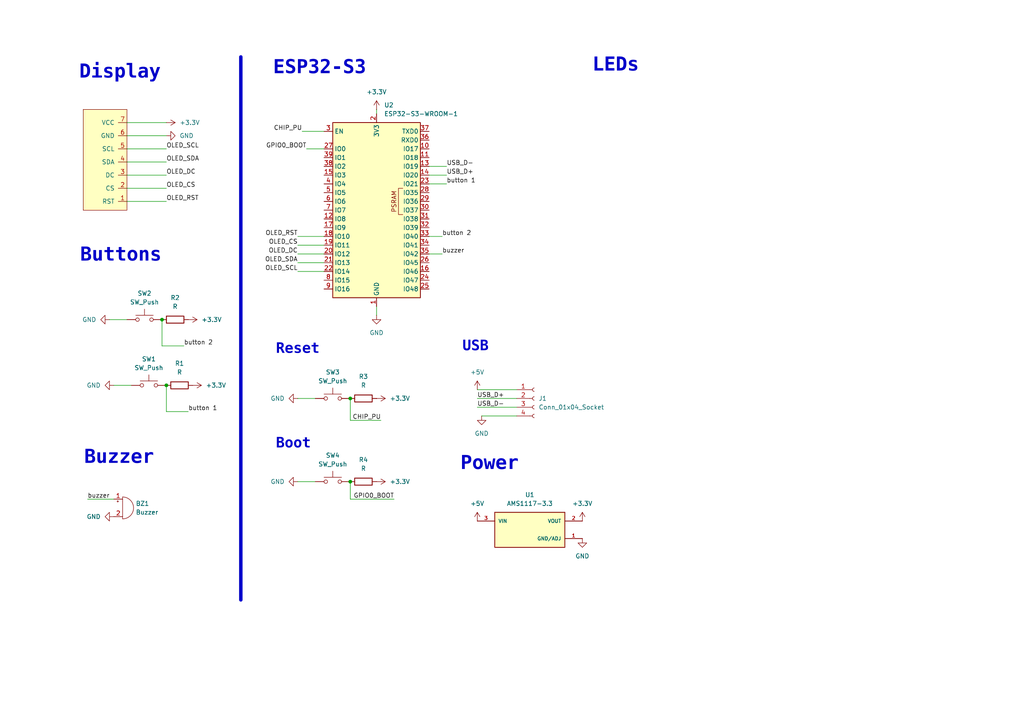
<source format=kicad_sch>
(kicad_sch
	(version 20231120)
	(generator "eeschema")
	(generator_version "8.0")
	(uuid "8829ea97-d982-42a1-8001-8683a28d2262")
	(paper "A4")
	(lib_symbols
		(symbol "AM1117:AMS1117-3.3"
			(pin_names
				(offset 1.016)
			)
			(exclude_from_sim no)
			(in_bom yes)
			(on_board yes)
			(property "Reference" "U"
				(at -10.16 5.588 0)
				(effects
					(font
						(size 1.27 1.27)
					)
					(justify left bottom)
				)
			)
			(property "Value" "AMS1117-3.3"
				(at -10.16 -8.128 0)
				(effects
					(font
						(size 1.27 1.27)
					)
					(justify left bottom)
				)
			)
			(property "Footprint" "AMS1117-3.3:SOT229P700X180-4N"
				(at 0 0 0)
				(effects
					(font
						(size 1.27 1.27)
					)
					(justify bottom)
					(hide yes)
				)
			)
			(property "Datasheet" ""
				(at 0 0 0)
				(effects
					(font
						(size 1.27 1.27)
					)
					(hide yes)
				)
			)
			(property "Description" ""
				(at 0 0 0)
				(effects
					(font
						(size 1.27 1.27)
					)
					(hide yes)
				)
			)
			(property "MF" "Advanced Monolithic Systems"
				(at 0 0 0)
				(effects
					(font
						(size 1.27 1.27)
					)
					(justify bottom)
					(hide yes)
				)
			)
			(property "MAXIMUM_PACKAGE_HEIGHT" "1.8 mm"
				(at 0 0 0)
				(effects
					(font
						(size 1.27 1.27)
					)
					(justify bottom)
					(hide yes)
				)
			)
			(property "Package" "SOT-223 Seeed Technology"
				(at 0 0 0)
				(effects
					(font
						(size 1.27 1.27)
					)
					(justify bottom)
					(hide yes)
				)
			)
			(property "Price" "None"
				(at 0 0 0)
				(effects
					(font
						(size 1.27 1.27)
					)
					(justify bottom)
					(hide yes)
				)
			)
			(property "Check_prices" "https://www.snapeda.com/parts/AMS1117-3.3/Advanced+Monolithic+Systems/view-part/?ref=eda"
				(at 0 0 0)
				(effects
					(font
						(size 1.27 1.27)
					)
					(justify bottom)
					(hide yes)
				)
			)
			(property "STANDARD" "IPC 7351B"
				(at 0 0 0)
				(effects
					(font
						(size 1.27 1.27)
					)
					(justify bottom)
					(hide yes)
				)
			)
			(property "PARTREV" "N/A"
				(at 0 0 0)
				(effects
					(font
						(size 1.27 1.27)
					)
					(justify bottom)
					(hide yes)
				)
			)
			(property "SnapEDA_Link" "https://www.snapeda.com/parts/AMS1117-3.3/Advanced+Monolithic+Systems/view-part/?ref=snap"
				(at 0 0 0)
				(effects
					(font
						(size 1.27 1.27)
					)
					(justify bottom)
					(hide yes)
				)
			)
			(property "SNAPEDA_PACKAGE_ID" "71280"
				(at 0 0 0)
				(effects
					(font
						(size 1.27 1.27)
					)
					(justify bottom)
					(hide yes)
				)
			)
			(property "MP" "AMS1117-3.3"
				(at 0 0 0)
				(effects
					(font
						(size 1.27 1.27)
					)
					(justify bottom)
					(hide yes)
				)
			)
			(property "Description_1" "\nSot223/Pkg 1-Amp 3.3-Volt Low Drop Out Voltage Regulatator\n"
				(at 0 0 0)
				(effects
					(font
						(size 1.27 1.27)
					)
					(justify bottom)
					(hide yes)
				)
			)
			(property "MANUFACTURER" "Advanced Monolithic Systems"
				(at 0 0 0)
				(effects
					(font
						(size 1.27 1.27)
					)
					(justify bottom)
					(hide yes)
				)
			)
			(property "Availability" "Not in stock"
				(at 0 0 0)
				(effects
					(font
						(size 1.27 1.27)
					)
					(justify bottom)
					(hide yes)
				)
			)
			(property "SNAPEDA_PN" "AMS1117-3.3"
				(at 0 0 0)
				(effects
					(font
						(size 1.27 1.27)
					)
					(justify bottom)
					(hide yes)
				)
			)
			(symbol "AMS1117-3.3_0_0"
				(rectangle
					(start -10.16 -5.08)
					(end 10.16 5.08)
					(stroke
						(width 0.254)
						(type default)
					)
					(fill
						(type background)
					)
				)
				(pin power_in line
					(at 15.24 -2.54 180)
					(length 5.08)
					(name "GND/ADJ"
						(effects
							(font
								(size 1.016 1.016)
							)
						)
					)
					(number "1"
						(effects
							(font
								(size 1.016 1.016)
							)
						)
					)
				)
				(pin output line
					(at 15.24 2.54 180)
					(length 5.08)
					(name "VOUT"
						(effects
							(font
								(size 1.016 1.016)
							)
						)
					)
					(number "2"
						(effects
							(font
								(size 1.016 1.016)
							)
						)
					)
				)
				(pin input line
					(at -15.24 2.54 0)
					(length 5.08)
					(name "VIN"
						(effects
							(font
								(size 1.016 1.016)
							)
						)
					)
					(number "3"
						(effects
							(font
								(size 1.016 1.016)
							)
						)
					)
				)
			)
		)
		(symbol "Connector:Conn_01x04_Socket"
			(pin_names
				(offset 1.016) hide)
			(exclude_from_sim no)
			(in_bom yes)
			(on_board yes)
			(property "Reference" "J"
				(at 0 5.08 0)
				(effects
					(font
						(size 1.27 1.27)
					)
				)
			)
			(property "Value" "Conn_01x04_Socket"
				(at 0 -7.62 0)
				(effects
					(font
						(size 1.27 1.27)
					)
				)
			)
			(property "Footprint" ""
				(at 0 0 0)
				(effects
					(font
						(size 1.27 1.27)
					)
					(hide yes)
				)
			)
			(property "Datasheet" "~"
				(at 0 0 0)
				(effects
					(font
						(size 1.27 1.27)
					)
					(hide yes)
				)
			)
			(property "Description" "Generic connector, single row, 01x04, script generated"
				(at 0 0 0)
				(effects
					(font
						(size 1.27 1.27)
					)
					(hide yes)
				)
			)
			(property "ki_locked" ""
				(at 0 0 0)
				(effects
					(font
						(size 1.27 1.27)
					)
				)
			)
			(property "ki_keywords" "connector"
				(at 0 0 0)
				(effects
					(font
						(size 1.27 1.27)
					)
					(hide yes)
				)
			)
			(property "ki_fp_filters" "Connector*:*_1x??_*"
				(at 0 0 0)
				(effects
					(font
						(size 1.27 1.27)
					)
					(hide yes)
				)
			)
			(symbol "Conn_01x04_Socket_1_1"
				(arc
					(start 0 -4.572)
					(mid -0.5058 -5.08)
					(end 0 -5.588)
					(stroke
						(width 0.1524)
						(type default)
					)
					(fill
						(type none)
					)
				)
				(arc
					(start 0 -2.032)
					(mid -0.5058 -2.54)
					(end 0 -3.048)
					(stroke
						(width 0.1524)
						(type default)
					)
					(fill
						(type none)
					)
				)
				(polyline
					(pts
						(xy -1.27 -5.08) (xy -0.508 -5.08)
					)
					(stroke
						(width 0.1524)
						(type default)
					)
					(fill
						(type none)
					)
				)
				(polyline
					(pts
						(xy -1.27 -2.54) (xy -0.508 -2.54)
					)
					(stroke
						(width 0.1524)
						(type default)
					)
					(fill
						(type none)
					)
				)
				(polyline
					(pts
						(xy -1.27 0) (xy -0.508 0)
					)
					(stroke
						(width 0.1524)
						(type default)
					)
					(fill
						(type none)
					)
				)
				(polyline
					(pts
						(xy -1.27 2.54) (xy -0.508 2.54)
					)
					(stroke
						(width 0.1524)
						(type default)
					)
					(fill
						(type none)
					)
				)
				(arc
					(start 0 0.508)
					(mid -0.5058 0)
					(end 0 -0.508)
					(stroke
						(width 0.1524)
						(type default)
					)
					(fill
						(type none)
					)
				)
				(arc
					(start 0 3.048)
					(mid -0.5058 2.54)
					(end 0 2.032)
					(stroke
						(width 0.1524)
						(type default)
					)
					(fill
						(type none)
					)
				)
				(pin passive line
					(at -5.08 2.54 0)
					(length 3.81)
					(name "Pin_1"
						(effects
							(font
								(size 1.27 1.27)
							)
						)
					)
					(number "1"
						(effects
							(font
								(size 1.27 1.27)
							)
						)
					)
				)
				(pin passive line
					(at -5.08 0 0)
					(length 3.81)
					(name "Pin_2"
						(effects
							(font
								(size 1.27 1.27)
							)
						)
					)
					(number "2"
						(effects
							(font
								(size 1.27 1.27)
							)
						)
					)
				)
				(pin passive line
					(at -5.08 -2.54 0)
					(length 3.81)
					(name "Pin_3"
						(effects
							(font
								(size 1.27 1.27)
							)
						)
					)
					(number "3"
						(effects
							(font
								(size 1.27 1.27)
							)
						)
					)
				)
				(pin passive line
					(at -5.08 -5.08 0)
					(length 3.81)
					(name "Pin_4"
						(effects
							(font
								(size 1.27 1.27)
							)
						)
					)
					(number "4"
						(effects
							(font
								(size 1.27 1.27)
							)
						)
					)
				)
			)
		)
		(symbol "Device:Buzzer"
			(pin_names
				(offset 0.0254) hide)
			(exclude_from_sim no)
			(in_bom yes)
			(on_board yes)
			(property "Reference" "BZ"
				(at 3.81 1.27 0)
				(effects
					(font
						(size 1.27 1.27)
					)
					(justify left)
				)
			)
			(property "Value" "Buzzer"
				(at 3.81 -1.27 0)
				(effects
					(font
						(size 1.27 1.27)
					)
					(justify left)
				)
			)
			(property "Footprint" ""
				(at -0.635 2.54 90)
				(effects
					(font
						(size 1.27 1.27)
					)
					(hide yes)
				)
			)
			(property "Datasheet" "~"
				(at -0.635 2.54 90)
				(effects
					(font
						(size 1.27 1.27)
					)
					(hide yes)
				)
			)
			(property "Description" "Buzzer, polarized"
				(at 0 0 0)
				(effects
					(font
						(size 1.27 1.27)
					)
					(hide yes)
				)
			)
			(property "ki_keywords" "quartz resonator ceramic"
				(at 0 0 0)
				(effects
					(font
						(size 1.27 1.27)
					)
					(hide yes)
				)
			)
			(property "ki_fp_filters" "*Buzzer*"
				(at 0 0 0)
				(effects
					(font
						(size 1.27 1.27)
					)
					(hide yes)
				)
			)
			(symbol "Buzzer_0_1"
				(arc
					(start 0 -3.175)
					(mid 3.1612 0)
					(end 0 3.175)
					(stroke
						(width 0)
						(type default)
					)
					(fill
						(type none)
					)
				)
				(polyline
					(pts
						(xy -1.651 1.905) (xy -1.143 1.905)
					)
					(stroke
						(width 0)
						(type default)
					)
					(fill
						(type none)
					)
				)
				(polyline
					(pts
						(xy -1.397 2.159) (xy -1.397 1.651)
					)
					(stroke
						(width 0)
						(type default)
					)
					(fill
						(type none)
					)
				)
				(polyline
					(pts
						(xy 0 3.175) (xy 0 -3.175)
					)
					(stroke
						(width 0)
						(type default)
					)
					(fill
						(type none)
					)
				)
			)
			(symbol "Buzzer_1_1"
				(pin passive line
					(at -2.54 2.54 0)
					(length 2.54)
					(name "+"
						(effects
							(font
								(size 1.27 1.27)
							)
						)
					)
					(number "1"
						(effects
							(font
								(size 1.27 1.27)
							)
						)
					)
				)
				(pin passive line
					(at -2.54 -2.54 0)
					(length 2.54)
					(name "-"
						(effects
							(font
								(size 1.27 1.27)
							)
						)
					)
					(number "2"
						(effects
							(font
								(size 1.27 1.27)
							)
						)
					)
				)
			)
		)
		(symbol "Device:R"
			(pin_numbers hide)
			(pin_names
				(offset 0)
			)
			(exclude_from_sim no)
			(in_bom yes)
			(on_board yes)
			(property "Reference" "R"
				(at 2.032 0 90)
				(effects
					(font
						(size 1.27 1.27)
					)
				)
			)
			(property "Value" "R"
				(at 0 0 90)
				(effects
					(font
						(size 1.27 1.27)
					)
				)
			)
			(property "Footprint" ""
				(at -1.778 0 90)
				(effects
					(font
						(size 1.27 1.27)
					)
					(hide yes)
				)
			)
			(property "Datasheet" "~"
				(at 0 0 0)
				(effects
					(font
						(size 1.27 1.27)
					)
					(hide yes)
				)
			)
			(property "Description" "Resistor"
				(at 0 0 0)
				(effects
					(font
						(size 1.27 1.27)
					)
					(hide yes)
				)
			)
			(property "ki_keywords" "R res resistor"
				(at 0 0 0)
				(effects
					(font
						(size 1.27 1.27)
					)
					(hide yes)
				)
			)
			(property "ki_fp_filters" "R_*"
				(at 0 0 0)
				(effects
					(font
						(size 1.27 1.27)
					)
					(hide yes)
				)
			)
			(symbol "R_0_1"
				(rectangle
					(start -1.016 -2.54)
					(end 1.016 2.54)
					(stroke
						(width 0.254)
						(type default)
					)
					(fill
						(type none)
					)
				)
			)
			(symbol "R_1_1"
				(pin passive line
					(at 0 3.81 270)
					(length 1.27)
					(name "~"
						(effects
							(font
								(size 1.27 1.27)
							)
						)
					)
					(number "1"
						(effects
							(font
								(size 1.27 1.27)
							)
						)
					)
				)
				(pin passive line
					(at 0 -3.81 90)
					(length 1.27)
					(name "~"
						(effects
							(font
								(size 1.27 1.27)
							)
						)
					)
					(number "2"
						(effects
							(font
								(size 1.27 1.27)
							)
						)
					)
				)
			)
		)
		(symbol "RF_Module:ESP32-S3-WROOM-1"
			(exclude_from_sim no)
			(in_bom yes)
			(on_board yes)
			(property "Reference" "U"
				(at -12.7 26.67 0)
				(effects
					(font
						(size 1.27 1.27)
					)
				)
			)
			(property "Value" "ESP32-S3-WROOM-1"
				(at 12.7 26.67 0)
				(effects
					(font
						(size 1.27 1.27)
					)
				)
			)
			(property "Footprint" "RF_Module:ESP32-S3-WROOM-1"
				(at 0 2.54 0)
				(effects
					(font
						(size 1.27 1.27)
					)
					(hide yes)
				)
			)
			(property "Datasheet" "https://www.espressif.com/sites/default/files/documentation/esp32-s3-wroom-1_wroom-1u_datasheet_en.pdf"
				(at 0 0 0)
				(effects
					(font
						(size 1.27 1.27)
					)
					(hide yes)
				)
			)
			(property "Description" "RF Module, ESP32-S3 SoC, Wi-Fi 802.11b/g/n, Bluetooth, BLE, 32-bit, 3.3V, onboard antenna, SMD"
				(at 0 0 0)
				(effects
					(font
						(size 1.27 1.27)
					)
					(hide yes)
				)
			)
			(property "ki_keywords" "RF Radio BT ESP ESP32-S3 Espressif onboard PCB antenna"
				(at 0 0 0)
				(effects
					(font
						(size 1.27 1.27)
					)
					(hide yes)
				)
			)
			(property "ki_fp_filters" "ESP32?S3?WROOM?1*"
				(at 0 0 0)
				(effects
					(font
						(size 1.27 1.27)
					)
					(hide yes)
				)
			)
			(symbol "ESP32-S3-WROOM-1_0_0"
				(rectangle
					(start -12.7 25.4)
					(end 12.7 -25.4)
					(stroke
						(width 0.254)
						(type default)
					)
					(fill
						(type background)
					)
				)
				(text "PSRAM"
					(at 5.08 2.54 900)
					(effects
						(font
							(size 1.27 1.27)
						)
					)
				)
			)
			(symbol "ESP32-S3-WROOM-1_0_1"
				(polyline
					(pts
						(xy 7.62 -1.27) (xy 6.35 -1.27) (xy 6.35 6.35) (xy 7.62 6.35)
					)
					(stroke
						(width 0)
						(type default)
					)
					(fill
						(type none)
					)
				)
			)
			(symbol "ESP32-S3-WROOM-1_1_1"
				(pin power_in line
					(at 0 -27.94 90)
					(length 2.54)
					(name "GND"
						(effects
							(font
								(size 1.27 1.27)
							)
						)
					)
					(number "1"
						(effects
							(font
								(size 1.27 1.27)
							)
						)
					)
				)
				(pin bidirectional line
					(at 15.24 17.78 180)
					(length 2.54)
					(name "IO17"
						(effects
							(font
								(size 1.27 1.27)
							)
						)
					)
					(number "10"
						(effects
							(font
								(size 1.27 1.27)
							)
						)
					)
				)
				(pin bidirectional line
					(at 15.24 15.24 180)
					(length 2.54)
					(name "IO18"
						(effects
							(font
								(size 1.27 1.27)
							)
						)
					)
					(number "11"
						(effects
							(font
								(size 1.27 1.27)
							)
						)
					)
				)
				(pin bidirectional line
					(at -15.24 -2.54 0)
					(length 2.54)
					(name "IO8"
						(effects
							(font
								(size 1.27 1.27)
							)
						)
					)
					(number "12"
						(effects
							(font
								(size 1.27 1.27)
							)
						)
					)
				)
				(pin bidirectional line
					(at 15.24 12.7 180)
					(length 2.54)
					(name "IO19"
						(effects
							(font
								(size 1.27 1.27)
							)
						)
					)
					(number "13"
						(effects
							(font
								(size 1.27 1.27)
							)
						)
					)
				)
				(pin bidirectional line
					(at 15.24 10.16 180)
					(length 2.54)
					(name "IO20"
						(effects
							(font
								(size 1.27 1.27)
							)
						)
					)
					(number "14"
						(effects
							(font
								(size 1.27 1.27)
							)
						)
					)
				)
				(pin bidirectional line
					(at -15.24 10.16 0)
					(length 2.54)
					(name "IO3"
						(effects
							(font
								(size 1.27 1.27)
							)
						)
					)
					(number "15"
						(effects
							(font
								(size 1.27 1.27)
							)
						)
					)
				)
				(pin bidirectional line
					(at 15.24 -17.78 180)
					(length 2.54)
					(name "IO46"
						(effects
							(font
								(size 1.27 1.27)
							)
						)
					)
					(number "16"
						(effects
							(font
								(size 1.27 1.27)
							)
						)
					)
				)
				(pin bidirectional line
					(at -15.24 -5.08 0)
					(length 2.54)
					(name "IO9"
						(effects
							(font
								(size 1.27 1.27)
							)
						)
					)
					(number "17"
						(effects
							(font
								(size 1.27 1.27)
							)
						)
					)
				)
				(pin bidirectional line
					(at -15.24 -7.62 0)
					(length 2.54)
					(name "IO10"
						(effects
							(font
								(size 1.27 1.27)
							)
						)
					)
					(number "18"
						(effects
							(font
								(size 1.27 1.27)
							)
						)
					)
				)
				(pin bidirectional line
					(at -15.24 -10.16 0)
					(length 2.54)
					(name "IO11"
						(effects
							(font
								(size 1.27 1.27)
							)
						)
					)
					(number "19"
						(effects
							(font
								(size 1.27 1.27)
							)
						)
					)
				)
				(pin power_in line
					(at 0 27.94 270)
					(length 2.54)
					(name "3V3"
						(effects
							(font
								(size 1.27 1.27)
							)
						)
					)
					(number "2"
						(effects
							(font
								(size 1.27 1.27)
							)
						)
					)
				)
				(pin bidirectional line
					(at -15.24 -12.7 0)
					(length 2.54)
					(name "IO12"
						(effects
							(font
								(size 1.27 1.27)
							)
						)
					)
					(number "20"
						(effects
							(font
								(size 1.27 1.27)
							)
						)
					)
				)
				(pin bidirectional line
					(at -15.24 -15.24 0)
					(length 2.54)
					(name "IO13"
						(effects
							(font
								(size 1.27 1.27)
							)
						)
					)
					(number "21"
						(effects
							(font
								(size 1.27 1.27)
							)
						)
					)
				)
				(pin bidirectional line
					(at -15.24 -17.78 0)
					(length 2.54)
					(name "IO14"
						(effects
							(font
								(size 1.27 1.27)
							)
						)
					)
					(number "22"
						(effects
							(font
								(size 1.27 1.27)
							)
						)
					)
				)
				(pin bidirectional line
					(at 15.24 7.62 180)
					(length 2.54)
					(name "IO21"
						(effects
							(font
								(size 1.27 1.27)
							)
						)
					)
					(number "23"
						(effects
							(font
								(size 1.27 1.27)
							)
						)
					)
				)
				(pin bidirectional line
					(at 15.24 -20.32 180)
					(length 2.54)
					(name "IO47"
						(effects
							(font
								(size 1.27 1.27)
							)
						)
					)
					(number "24"
						(effects
							(font
								(size 1.27 1.27)
							)
						)
					)
				)
				(pin bidirectional line
					(at 15.24 -22.86 180)
					(length 2.54)
					(name "IO48"
						(effects
							(font
								(size 1.27 1.27)
							)
						)
					)
					(number "25"
						(effects
							(font
								(size 1.27 1.27)
							)
						)
					)
				)
				(pin bidirectional line
					(at 15.24 -15.24 180)
					(length 2.54)
					(name "IO45"
						(effects
							(font
								(size 1.27 1.27)
							)
						)
					)
					(number "26"
						(effects
							(font
								(size 1.27 1.27)
							)
						)
					)
				)
				(pin bidirectional line
					(at -15.24 17.78 0)
					(length 2.54)
					(name "IO0"
						(effects
							(font
								(size 1.27 1.27)
							)
						)
					)
					(number "27"
						(effects
							(font
								(size 1.27 1.27)
							)
						)
					)
				)
				(pin bidirectional line
					(at 15.24 5.08 180)
					(length 2.54)
					(name "IO35"
						(effects
							(font
								(size 1.27 1.27)
							)
						)
					)
					(number "28"
						(effects
							(font
								(size 1.27 1.27)
							)
						)
					)
				)
				(pin bidirectional line
					(at 15.24 2.54 180)
					(length 2.54)
					(name "IO36"
						(effects
							(font
								(size 1.27 1.27)
							)
						)
					)
					(number "29"
						(effects
							(font
								(size 1.27 1.27)
							)
						)
					)
				)
				(pin input line
					(at -15.24 22.86 0)
					(length 2.54)
					(name "EN"
						(effects
							(font
								(size 1.27 1.27)
							)
						)
					)
					(number "3"
						(effects
							(font
								(size 1.27 1.27)
							)
						)
					)
				)
				(pin bidirectional line
					(at 15.24 0 180)
					(length 2.54)
					(name "IO37"
						(effects
							(font
								(size 1.27 1.27)
							)
						)
					)
					(number "30"
						(effects
							(font
								(size 1.27 1.27)
							)
						)
					)
				)
				(pin bidirectional line
					(at 15.24 -2.54 180)
					(length 2.54)
					(name "IO38"
						(effects
							(font
								(size 1.27 1.27)
							)
						)
					)
					(number "31"
						(effects
							(font
								(size 1.27 1.27)
							)
						)
					)
				)
				(pin bidirectional line
					(at 15.24 -5.08 180)
					(length 2.54)
					(name "IO39"
						(effects
							(font
								(size 1.27 1.27)
							)
						)
					)
					(number "32"
						(effects
							(font
								(size 1.27 1.27)
							)
						)
					)
				)
				(pin bidirectional line
					(at 15.24 -7.62 180)
					(length 2.54)
					(name "IO40"
						(effects
							(font
								(size 1.27 1.27)
							)
						)
					)
					(number "33"
						(effects
							(font
								(size 1.27 1.27)
							)
						)
					)
				)
				(pin bidirectional line
					(at 15.24 -10.16 180)
					(length 2.54)
					(name "IO41"
						(effects
							(font
								(size 1.27 1.27)
							)
						)
					)
					(number "34"
						(effects
							(font
								(size 1.27 1.27)
							)
						)
					)
				)
				(pin bidirectional line
					(at 15.24 -12.7 180)
					(length 2.54)
					(name "IO42"
						(effects
							(font
								(size 1.27 1.27)
							)
						)
					)
					(number "35"
						(effects
							(font
								(size 1.27 1.27)
							)
						)
					)
				)
				(pin bidirectional line
					(at 15.24 20.32 180)
					(length 2.54)
					(name "RXD0"
						(effects
							(font
								(size 1.27 1.27)
							)
						)
					)
					(number "36"
						(effects
							(font
								(size 1.27 1.27)
							)
						)
					)
				)
				(pin bidirectional line
					(at 15.24 22.86 180)
					(length 2.54)
					(name "TXD0"
						(effects
							(font
								(size 1.27 1.27)
							)
						)
					)
					(number "37"
						(effects
							(font
								(size 1.27 1.27)
							)
						)
					)
				)
				(pin bidirectional line
					(at -15.24 12.7 0)
					(length 2.54)
					(name "IO2"
						(effects
							(font
								(size 1.27 1.27)
							)
						)
					)
					(number "38"
						(effects
							(font
								(size 1.27 1.27)
							)
						)
					)
				)
				(pin bidirectional line
					(at -15.24 15.24 0)
					(length 2.54)
					(name "IO1"
						(effects
							(font
								(size 1.27 1.27)
							)
						)
					)
					(number "39"
						(effects
							(font
								(size 1.27 1.27)
							)
						)
					)
				)
				(pin bidirectional line
					(at -15.24 7.62 0)
					(length 2.54)
					(name "IO4"
						(effects
							(font
								(size 1.27 1.27)
							)
						)
					)
					(number "4"
						(effects
							(font
								(size 1.27 1.27)
							)
						)
					)
				)
				(pin passive line
					(at 0 -27.94 90)
					(length 2.54) hide
					(name "GND"
						(effects
							(font
								(size 1.27 1.27)
							)
						)
					)
					(number "40"
						(effects
							(font
								(size 1.27 1.27)
							)
						)
					)
				)
				(pin passive line
					(at 0 -27.94 90)
					(length 2.54) hide
					(name "GND"
						(effects
							(font
								(size 1.27 1.27)
							)
						)
					)
					(number "41"
						(effects
							(font
								(size 1.27 1.27)
							)
						)
					)
				)
				(pin bidirectional line
					(at -15.24 5.08 0)
					(length 2.54)
					(name "IO5"
						(effects
							(font
								(size 1.27 1.27)
							)
						)
					)
					(number "5"
						(effects
							(font
								(size 1.27 1.27)
							)
						)
					)
				)
				(pin bidirectional line
					(at -15.24 2.54 0)
					(length 2.54)
					(name "IO6"
						(effects
							(font
								(size 1.27 1.27)
							)
						)
					)
					(number "6"
						(effects
							(font
								(size 1.27 1.27)
							)
						)
					)
				)
				(pin bidirectional line
					(at -15.24 0 0)
					(length 2.54)
					(name "IO7"
						(effects
							(font
								(size 1.27 1.27)
							)
						)
					)
					(number "7"
						(effects
							(font
								(size 1.27 1.27)
							)
						)
					)
				)
				(pin bidirectional line
					(at -15.24 -20.32 0)
					(length 2.54)
					(name "IO15"
						(effects
							(font
								(size 1.27 1.27)
							)
						)
					)
					(number "8"
						(effects
							(font
								(size 1.27 1.27)
							)
						)
					)
				)
				(pin bidirectional line
					(at -15.24 -22.86 0)
					(length 2.54)
					(name "IO16"
						(effects
							(font
								(size 1.27 1.27)
							)
						)
					)
					(number "9"
						(effects
							(font
								(size 1.27 1.27)
							)
						)
					)
				)
			)
		)
		(symbol "Switch:SW_Push"
			(pin_numbers hide)
			(pin_names
				(offset 1.016) hide)
			(exclude_from_sim no)
			(in_bom yes)
			(on_board yes)
			(property "Reference" "SW"
				(at 1.27 2.54 0)
				(effects
					(font
						(size 1.27 1.27)
					)
					(justify left)
				)
			)
			(property "Value" "SW_Push"
				(at 0 -1.524 0)
				(effects
					(font
						(size 1.27 1.27)
					)
				)
			)
			(property "Footprint" ""
				(at 0 5.08 0)
				(effects
					(font
						(size 1.27 1.27)
					)
					(hide yes)
				)
			)
			(property "Datasheet" "~"
				(at 0 5.08 0)
				(effects
					(font
						(size 1.27 1.27)
					)
					(hide yes)
				)
			)
			(property "Description" "Push button switch, generic, two pins"
				(at 0 0 0)
				(effects
					(font
						(size 1.27 1.27)
					)
					(hide yes)
				)
			)
			(property "ki_keywords" "switch normally-open pushbutton push-button"
				(at 0 0 0)
				(effects
					(font
						(size 1.27 1.27)
					)
					(hide yes)
				)
			)
			(symbol "SW_Push_0_1"
				(circle
					(center -2.032 0)
					(radius 0.508)
					(stroke
						(width 0)
						(type default)
					)
					(fill
						(type none)
					)
				)
				(polyline
					(pts
						(xy 0 1.27) (xy 0 3.048)
					)
					(stroke
						(width 0)
						(type default)
					)
					(fill
						(type none)
					)
				)
				(polyline
					(pts
						(xy 2.54 1.27) (xy -2.54 1.27)
					)
					(stroke
						(width 0)
						(type default)
					)
					(fill
						(type none)
					)
				)
				(circle
					(center 2.032 0)
					(radius 0.508)
					(stroke
						(width 0)
						(type default)
					)
					(fill
						(type none)
					)
				)
				(pin passive line
					(at -5.08 0 0)
					(length 2.54)
					(name "1"
						(effects
							(font
								(size 1.27 1.27)
							)
						)
					)
					(number "1"
						(effects
							(font
								(size 1.27 1.27)
							)
						)
					)
				)
				(pin passive line
					(at 5.08 0 180)
					(length 2.54)
					(name "2"
						(effects
							(font
								(size 1.27 1.27)
							)
						)
					)
					(number "2"
						(effects
							(font
								(size 1.27 1.27)
							)
						)
					)
				)
			)
		)
		(symbol "maimai:CG9A01"
			(pin_names
				(offset 1.016)
			)
			(exclude_from_sim no)
			(in_bom yes)
			(on_board yes)
			(property "Reference" "GC9A01"
				(at 0 49.365 0)
				(effects
					(font
						(size 1.27 1.27)
					)
					(hide yes)
				)
			)
			(property "Value" "CG9A01"
				(at 0 4.826 0)
				(effects
					(font
						(size 1.27 1.27)
					)
					(hide yes)
				)
			)
			(property "Footprint" "Library:GC9A01"
				(at 0 0 0)
				(effects
					(font
						(size 1.27 1.27)
					)
					(hide yes)
				)
			)
			(property "Datasheet" ""
				(at 0 0 0)
				(effects
					(font
						(size 1.27 1.27)
					)
					(hide yes)
				)
			)
			(property "Description" ""
				(at 0 0 0)
				(effects
					(font
						(size 1.27 1.27)
					)
					(hide yes)
				)
			)
			(symbol "CG9A01_1_1"
				(rectangle
					(start -13.97 7.62)
					(end 15.24 -5.08)
					(stroke
						(width 0)
						(type default)
					)
					(fill
						(type background)
					)
				)
				(pin bidirectional line
					(at -11.43 -5.08 90)
					(length 2.54)
					(name "RST"
						(effects
							(font
								(size 1.27 1.27)
							)
						)
					)
					(number "1"
						(effects
							(font
								(size 1.27 1.27)
							)
						)
					)
				)
				(pin bidirectional line
					(at -7.62 -5.08 90)
					(length 2.54)
					(name "CS"
						(effects
							(font
								(size 1.27 1.27)
							)
						)
					)
					(number "2"
						(effects
							(font
								(size 1.27 1.27)
							)
						)
					)
				)
				(pin bidirectional line
					(at -3.81 -5.08 90)
					(length 2.54)
					(name "DC"
						(effects
							(font
								(size 1.27 1.27)
							)
						)
					)
					(number "3"
						(effects
							(font
								(size 1.27 1.27)
							)
						)
					)
				)
				(pin bidirectional line
					(at 0 -5.08 90)
					(length 2.54)
					(name "SDA"
						(effects
							(font
								(size 1.27 1.27)
							)
						)
					)
					(number "4"
						(effects
							(font
								(size 1.27 1.27)
							)
						)
					)
				)
				(pin bidirectional line
					(at 3.81 -5.08 90)
					(length 2.54)
					(name "SCL"
						(effects
							(font
								(size 1.27 1.27)
							)
						)
					)
					(number "5"
						(effects
							(font
								(size 1.27 1.27)
							)
						)
					)
				)
				(pin power_in line
					(at 7.62 -5.08 90)
					(length 2.54)
					(name "GND"
						(effects
							(font
								(size 1.27 1.27)
							)
						)
					)
					(number "6"
						(effects
							(font
								(size 1.27 1.27)
							)
						)
					)
				)
				(pin power_in line
					(at 11.43 -5.08 90)
					(length 2.54)
					(name "VCC"
						(effects
							(font
								(size 1.27 1.27)
							)
						)
					)
					(number "7"
						(effects
							(font
								(size 1.27 1.27)
							)
						)
					)
				)
			)
		)
		(symbol "power:+3.3V"
			(power)
			(pin_numbers hide)
			(pin_names
				(offset 0) hide)
			(exclude_from_sim no)
			(in_bom yes)
			(on_board yes)
			(property "Reference" "#PWR"
				(at 0 -3.81 0)
				(effects
					(font
						(size 1.27 1.27)
					)
					(hide yes)
				)
			)
			(property "Value" "+3.3V"
				(at 0 3.556 0)
				(effects
					(font
						(size 1.27 1.27)
					)
				)
			)
			(property "Footprint" ""
				(at 0 0 0)
				(effects
					(font
						(size 1.27 1.27)
					)
					(hide yes)
				)
			)
			(property "Datasheet" ""
				(at 0 0 0)
				(effects
					(font
						(size 1.27 1.27)
					)
					(hide yes)
				)
			)
			(property "Description" "Power symbol creates a global label with name \"+3.3V\""
				(at 0 0 0)
				(effects
					(font
						(size 1.27 1.27)
					)
					(hide yes)
				)
			)
			(property "ki_keywords" "global power"
				(at 0 0 0)
				(effects
					(font
						(size 1.27 1.27)
					)
					(hide yes)
				)
			)
			(symbol "+3.3V_0_1"
				(polyline
					(pts
						(xy -0.762 1.27) (xy 0 2.54)
					)
					(stroke
						(width 0)
						(type default)
					)
					(fill
						(type none)
					)
				)
				(polyline
					(pts
						(xy 0 0) (xy 0 2.54)
					)
					(stroke
						(width 0)
						(type default)
					)
					(fill
						(type none)
					)
				)
				(polyline
					(pts
						(xy 0 2.54) (xy 0.762 1.27)
					)
					(stroke
						(width 0)
						(type default)
					)
					(fill
						(type none)
					)
				)
			)
			(symbol "+3.3V_1_1"
				(pin power_in line
					(at 0 0 90)
					(length 0)
					(name "~"
						(effects
							(font
								(size 1.27 1.27)
							)
						)
					)
					(number "1"
						(effects
							(font
								(size 1.27 1.27)
							)
						)
					)
				)
			)
		)
		(symbol "power:GND"
			(power)
			(pin_numbers hide)
			(pin_names
				(offset 0) hide)
			(exclude_from_sim no)
			(in_bom yes)
			(on_board yes)
			(property "Reference" "#PWR"
				(at 0 -6.35 0)
				(effects
					(font
						(size 1.27 1.27)
					)
					(hide yes)
				)
			)
			(property "Value" "GND"
				(at 0 -3.81 0)
				(effects
					(font
						(size 1.27 1.27)
					)
				)
			)
			(property "Footprint" ""
				(at 0 0 0)
				(effects
					(font
						(size 1.27 1.27)
					)
					(hide yes)
				)
			)
			(property "Datasheet" ""
				(at 0 0 0)
				(effects
					(font
						(size 1.27 1.27)
					)
					(hide yes)
				)
			)
			(property "Description" "Power symbol creates a global label with name \"GND\" , ground"
				(at 0 0 0)
				(effects
					(font
						(size 1.27 1.27)
					)
					(hide yes)
				)
			)
			(property "ki_keywords" "global power"
				(at 0 0 0)
				(effects
					(font
						(size 1.27 1.27)
					)
					(hide yes)
				)
			)
			(symbol "GND_0_1"
				(polyline
					(pts
						(xy 0 0) (xy 0 -1.27) (xy 1.27 -1.27) (xy 0 -2.54) (xy -1.27 -1.27) (xy 0 -1.27)
					)
					(stroke
						(width 0)
						(type default)
					)
					(fill
						(type none)
					)
				)
			)
			(symbol "GND_1_1"
				(pin power_in line
					(at 0 0 270)
					(length 0)
					(name "~"
						(effects
							(font
								(size 1.27 1.27)
							)
						)
					)
					(number "1"
						(effects
							(font
								(size 1.27 1.27)
							)
						)
					)
				)
			)
		)
	)
	(junction
		(at 101.6 115.57)
		(diameter 0)
		(color 0 0 0 0)
		(uuid "0c13c71b-ebaf-4934-96bf-5528da996e31")
	)
	(junction
		(at 46.99 92.71)
		(diameter 0)
		(color 0 0 0 0)
		(uuid "219f4e74-26c5-4e01-82b0-7ee84adc04fb")
	)
	(junction
		(at 48.26 111.76)
		(diameter 0)
		(color 0 0 0 0)
		(uuid "9ac2535e-8974-4d48-aa0d-e11281cc67fe")
	)
	(junction
		(at 101.6 139.7)
		(diameter 0)
		(color 0 0 0 0)
		(uuid "f0888925-8bfe-4de2-8323-66b33daf7b35")
	)
	(wire
		(pts
			(xy 109.22 31.75) (xy 109.22 33.02)
		)
		(stroke
			(width 0)
			(type default)
		)
		(uuid "0226f1b1-7427-42d5-b603-b09caaefa3b7")
	)
	(wire
		(pts
			(xy 36.83 50.8) (xy 48.26 50.8)
		)
		(stroke
			(width 0)
			(type default)
		)
		(uuid "1051e232-5ccd-4345-b712-33f02676f1a9")
	)
	(polyline
		(pts
			(xy 69.85 16.51) (xy 69.85 173.99)
		)
		(stroke
			(width 1)
			(type default)
		)
		(uuid "28bda05a-8123-4124-af4d-702bd05362f8")
	)
	(wire
		(pts
			(xy 86.36 71.12) (xy 93.98 71.12)
		)
		(stroke
			(width 0)
			(type default)
		)
		(uuid "300d81aa-19f8-4658-8f06-a7f382de5e06")
	)
	(wire
		(pts
			(xy 86.36 73.66) (xy 93.98 73.66)
		)
		(stroke
			(width 0)
			(type default)
		)
		(uuid "3157bba3-5da5-457a-89fa-07cd3e80f847")
	)
	(wire
		(pts
			(xy 124.46 53.34) (xy 129.54 53.34)
		)
		(stroke
			(width 0)
			(type default)
		)
		(uuid "32a6e7b6-3513-43f2-85cb-0d2865eaaa9b")
	)
	(wire
		(pts
			(xy 101.6 115.57) (xy 101.6 121.92)
		)
		(stroke
			(width 0)
			(type default)
		)
		(uuid "3aea4086-1dbf-4c39-b3d8-5b7abc1f6f00")
	)
	(wire
		(pts
			(xy 46.99 92.71) (xy 46.99 100.33)
		)
		(stroke
			(width 0)
			(type default)
		)
		(uuid "3bec6d19-6919-4357-be17-8a243e9f5d79")
	)
	(wire
		(pts
			(xy 36.83 46.99) (xy 48.26 46.99)
		)
		(stroke
			(width 0)
			(type default)
		)
		(uuid "3c408ffe-ab17-4dbe-abc2-90daf2f8e4d9")
	)
	(wire
		(pts
			(xy 33.02 111.76) (xy 38.1 111.76)
		)
		(stroke
			(width 0)
			(type default)
		)
		(uuid "42f5d7d8-60a0-4875-972e-7ef7facafa23")
	)
	(wire
		(pts
			(xy 36.83 54.61) (xy 48.26 54.61)
		)
		(stroke
			(width 0)
			(type default)
		)
		(uuid "468fd4d2-9062-4174-a489-4ed97f18355d")
	)
	(wire
		(pts
			(xy 36.83 43.18) (xy 48.26 43.18)
		)
		(stroke
			(width 0)
			(type default)
		)
		(uuid "4e5512e5-a15f-4f86-a630-6e5c2cabe487")
	)
	(wire
		(pts
			(xy 128.27 68.58) (xy 124.46 68.58)
		)
		(stroke
			(width 0)
			(type default)
		)
		(uuid "52764e51-ecb7-49db-af2e-50d93363cb8f")
	)
	(wire
		(pts
			(xy 109.22 91.44) (xy 109.22 88.9)
		)
		(stroke
			(width 0)
			(type default)
		)
		(uuid "5a7e5d2c-00d1-446d-a5d2-0265ce88f57c")
	)
	(wire
		(pts
			(xy 138.43 115.57) (xy 149.86 115.57)
		)
		(stroke
			(width 0)
			(type default)
		)
		(uuid "62ae8f2a-6156-4044-a1e7-f52d82d50843")
	)
	(wire
		(pts
			(xy 128.27 73.66) (xy 124.46 73.66)
		)
		(stroke
			(width 0)
			(type default)
		)
		(uuid "6b198d5d-340b-45ef-a230-86e63ee826f1")
	)
	(wire
		(pts
			(xy 48.26 119.38) (xy 54.61 119.38)
		)
		(stroke
			(width 0)
			(type default)
		)
		(uuid "6b69dbcd-8b50-4715-855f-3d39ecb2db96")
	)
	(wire
		(pts
			(xy 138.43 113.03) (xy 149.86 113.03)
		)
		(stroke
			(width 0)
			(type default)
		)
		(uuid "7153de6b-9c39-4b22-8b68-fffde9322f44")
	)
	(wire
		(pts
			(xy 101.6 144.78) (xy 114.3 144.78)
		)
		(stroke
			(width 0)
			(type default)
		)
		(uuid "743c32ba-24d2-4cc2-adcd-798ecc4704f7")
	)
	(wire
		(pts
			(xy 36.83 58.42) (xy 48.26 58.42)
		)
		(stroke
			(width 0)
			(type default)
		)
		(uuid "7603c619-a4f6-4a4d-980f-aa6645bcdd9d")
	)
	(wire
		(pts
			(xy 86.36 76.2) (xy 93.98 76.2)
		)
		(stroke
			(width 0)
			(type default)
		)
		(uuid "7bd1880e-e5d7-4a0f-b005-8d8f8087d1d9")
	)
	(wire
		(pts
			(xy 86.36 139.7) (xy 91.44 139.7)
		)
		(stroke
			(width 0)
			(type default)
		)
		(uuid "8bd64e04-50da-4dab-9f15-8278fd6174ef")
	)
	(wire
		(pts
			(xy 31.75 92.71) (xy 36.83 92.71)
		)
		(stroke
			(width 0)
			(type default)
		)
		(uuid "8d730c8d-1236-41d3-86b7-2f21fd70883d")
	)
	(wire
		(pts
			(xy 139.7 120.65) (xy 149.86 120.65)
		)
		(stroke
			(width 0)
			(type default)
		)
		(uuid "8ff17e36-2dba-41e3-be7f-a1bca04d2d99")
	)
	(wire
		(pts
			(xy 48.26 111.76) (xy 48.26 119.38)
		)
		(stroke
			(width 0)
			(type default)
		)
		(uuid "901a6d9c-1e85-4371-afeb-a91782da074c")
	)
	(wire
		(pts
			(xy 86.36 78.74) (xy 93.98 78.74)
		)
		(stroke
			(width 0)
			(type default)
		)
		(uuid "9fb8411b-ac10-4ea4-81a3-236cbbb3086e")
	)
	(wire
		(pts
			(xy 101.6 121.92) (xy 110.49 121.92)
		)
		(stroke
			(width 0)
			(type default)
		)
		(uuid "a387217b-107a-4797-a67e-107a6668b554")
	)
	(wire
		(pts
			(xy 124.46 48.26) (xy 129.54 48.26)
		)
		(stroke
			(width 0)
			(type default)
		)
		(uuid "a4d01094-8c7f-45b4-9b00-09187e2aa646")
	)
	(wire
		(pts
			(xy 87.63 38.1) (xy 93.98 38.1)
		)
		(stroke
			(width 0)
			(type default)
		)
		(uuid "ab098588-75f9-4c88-b0d4-3588045e200c")
	)
	(wire
		(pts
			(xy 86.36 68.58) (xy 93.98 68.58)
		)
		(stroke
			(width 0)
			(type default)
		)
		(uuid "ae4031e2-1ecb-400a-be7c-4424f1e601ac")
	)
	(wire
		(pts
			(xy 36.83 39.37) (xy 48.26 39.37)
		)
		(stroke
			(width 0)
			(type default)
		)
		(uuid "af215f56-9bc8-4e72-bf12-6b9c5f86813e")
	)
	(wire
		(pts
			(xy 36.83 35.56) (xy 48.26 35.56)
		)
		(stroke
			(width 0)
			(type default)
		)
		(uuid "afe8b1e5-ea45-420d-9088-2a4b5f15e211")
	)
	(wire
		(pts
			(xy 86.36 115.57) (xy 91.44 115.57)
		)
		(stroke
			(width 0)
			(type default)
		)
		(uuid "b49df0e8-b816-47c1-95c3-9d85785e2975")
	)
	(wire
		(pts
			(xy 124.46 50.8) (xy 129.54 50.8)
		)
		(stroke
			(width 0)
			(type default)
		)
		(uuid "c520b252-081f-45fd-aeca-00b2b112ca42")
	)
	(wire
		(pts
			(xy 25.4 144.78) (xy 33.02 144.78)
		)
		(stroke
			(width 0)
			(type default)
		)
		(uuid "e8bd66d9-81c8-4c1d-af50-a27e34153f6f")
	)
	(wire
		(pts
			(xy 46.99 100.33) (xy 53.34 100.33)
		)
		(stroke
			(width 0)
			(type default)
		)
		(uuid "ec0997b8-0a8f-481a-83c2-8f5e2f581afc")
	)
	(wire
		(pts
			(xy 88.9 43.18) (xy 93.98 43.18)
		)
		(stroke
			(width 0)
			(type default)
		)
		(uuid "efec8273-cbd6-4414-acbb-d547289fdfcd")
	)
	(wire
		(pts
			(xy 101.6 139.7) (xy 101.6 144.78)
		)
		(stroke
			(width 0)
			(type default)
		)
		(uuid "f6b19cba-ac1d-4092-9f39-ce37441eda2c")
	)
	(wire
		(pts
			(xy 138.43 118.11) (xy 149.86 118.11)
		)
		(stroke
			(width 0)
			(type default)
		)
		(uuid "f821070a-72ac-4160-89e1-93fb8dbe82e4")
	)
	(text "Buzzer\n"
		(exclude_from_sim no)
		(at 34.544 133.858 0)
		(effects
			(font
				(face "Consolas")
				(size 4 4)
				(thickness 0.8)
				(bold yes)
			)
		)
		(uuid "15baa7e9-bb76-40d0-9051-0c15f3b198a1")
	)
	(text "USB"
		(exclude_from_sim no)
		(at 137.922 101.346 0)
		(effects
			(font
				(face "Consolas")
				(size 3 3)
				(thickness 0.6)
				(bold yes)
			)
		)
		(uuid "1f4a2078-82c4-4972-abba-f3c854f8efce")
	)
	(text "Reset"
		(exclude_from_sim no)
		(at 86.36 102.108 0)
		(effects
			(font
				(face "Consolas")
				(size 3 3)
				(thickness 0.6)
				(bold yes)
			)
		)
		(uuid "440e7e94-2743-420a-ad5b-b4bd29b2a0d3")
	)
	(text "Boot"
		(exclude_from_sim no)
		(at 85.09 129.54 0)
		(effects
			(font
				(face "Consolas")
				(size 3 3)
				(thickness 0.6)
				(bold yes)
			)
		)
		(uuid "91f944a1-4248-458f-b210-eb55eec3d768")
	)
	(text "LEDs"
		(exclude_from_sim no)
		(at 178.562 20.066 0)
		(effects
			(font
				(face "Consolas")
				(size 4 4)
				(thickness 0.8)
				(bold yes)
			)
		)
		(uuid "cc8a7f7e-7f1b-4555-bbc8-70ebd67cb9ce")
	)
	(text "Display"
		(exclude_from_sim no)
		(at 34.798 22.098 0)
		(effects
			(font
				(face "Consolas")
				(size 4 4)
				(thickness 0.8)
				(bold yes)
			)
		)
		(uuid "ce0c425a-4c27-457a-b169-ea5e6e5d0905")
	)
	(text "Buttons"
		(exclude_from_sim no)
		(at 35.052 75.184 0)
		(effects
			(font
				(face "Consolas")
				(size 4 4)
				(thickness 0.8)
				(bold yes)
			)
		)
		(uuid "d88a3f39-5175-463c-8dbc-1ab2d8a89243")
	)
	(text "ESP32-S3"
		(exclude_from_sim no)
		(at 92.71 20.828 0)
		(effects
			(font
				(face "Consolas")
				(size 4 4)
				(thickness 0.8)
				(bold yes)
			)
		)
		(uuid "f02c361a-f9db-468d-9a9f-3c660a9b496a")
	)
	(text "Power"
		(exclude_from_sim no)
		(at 141.986 135.636 0)
		(effects
			(font
				(face "Consolas")
				(size 4 4)
				(thickness 0.8)
				(bold yes)
			)
		)
		(uuid "f6e40c85-0fd1-4ba4-93b0-bf1bd74e167d")
	)
	(label "OLED_CS"
		(at 48.26 54.61 0)
		(fields_autoplaced yes)
		(effects
			(font
				(size 1.27 1.27)
			)
			(justify left bottom)
		)
		(uuid "0595b7e5-49f9-4585-a456-1b64721c9404")
	)
	(label "USB_D-"
		(at 129.54 48.26 0)
		(fields_autoplaced yes)
		(effects
			(font
				(size 1.27 1.27)
			)
			(justify left bottom)
		)
		(uuid "05a1ad68-db39-4c72-bb5e-bf49f4fd8294")
	)
	(label "USB_D-"
		(at 138.43 118.11 0)
		(fields_autoplaced yes)
		(effects
			(font
				(size 1.27 1.27)
			)
			(justify left bottom)
		)
		(uuid "12f8a47f-75e4-4e57-a828-08a3581676c4")
	)
	(label "button 1"
		(at 54.61 119.38 0)
		(fields_autoplaced yes)
		(effects
			(font
				(size 1.27 1.27)
			)
			(justify left bottom)
		)
		(uuid "1b931538-2af7-4693-944b-aa26e0751369")
	)
	(label "OLED_SDA"
		(at 48.26 46.99 0)
		(fields_autoplaced yes)
		(effects
			(font
				(size 1.27 1.27)
			)
			(justify left bottom)
		)
		(uuid "3836a880-718f-47e1-842a-c9cdfc3c0292")
	)
	(label "button 2"
		(at 128.27 68.58 0)
		(fields_autoplaced yes)
		(effects
			(font
				(size 1.27 1.27)
			)
			(justify left bottom)
		)
		(uuid "444ca620-9995-41f9-8fc3-080d80df06df")
	)
	(label "OLED_RST"
		(at 86.36 68.58 180)
		(fields_autoplaced yes)
		(effects
			(font
				(size 1.27 1.27)
			)
			(justify right bottom)
		)
		(uuid "45a78baf-b9d7-43b0-a746-02e3e87dccb2")
	)
	(label "button 1"
		(at 129.54 53.34 0)
		(fields_autoplaced yes)
		(effects
			(font
				(size 1.27 1.27)
			)
			(justify left bottom)
		)
		(uuid "4f1552ca-f477-4e00-a595-2068b97dfef0")
	)
	(label "OLED_CS"
		(at 86.36 71.12 180)
		(fields_autoplaced yes)
		(effects
			(font
				(size 1.27 1.27)
			)
			(justify right bottom)
		)
		(uuid "6389817f-a892-4242-a897-14acc16d16a0")
	)
	(label "CHIP_PU"
		(at 87.63 38.1 180)
		(fields_autoplaced yes)
		(effects
			(font
				(size 1.27 1.27)
			)
			(justify right bottom)
		)
		(uuid "7425d822-53b2-4aa9-b8b5-9ba7db76c3db")
	)
	(label "buzzer"
		(at 25.4 144.78 0)
		(fields_autoplaced yes)
		(effects
			(font
				(size 1.27 1.27)
			)
			(justify left bottom)
		)
		(uuid "7a01b4a8-b084-42a8-9d44-fb30b8059e91")
	)
	(label "buzzer"
		(at 128.27 73.66 0)
		(fields_autoplaced yes)
		(effects
			(font
				(size 1.27 1.27)
			)
			(justify left bottom)
		)
		(uuid "7d6dd72a-cea9-4578-bb19-fc184d35020a")
	)
	(label "OLED_SDA"
		(at 86.36 76.2 180)
		(fields_autoplaced yes)
		(effects
			(font
				(size 1.27 1.27)
			)
			(justify right bottom)
		)
		(uuid "82ee0411-7f6d-42e4-b1bb-9b7531f25742")
	)
	(label "CHIP_PU"
		(at 110.49 121.92 180)
		(fields_autoplaced yes)
		(effects
			(font
				(size 1.27 1.27)
			)
			(justify right bottom)
		)
		(uuid "837bfd2a-7354-4611-a561-ea6ef9cc6115")
	)
	(label "GPIO0_BOOT"
		(at 88.9 43.18 180)
		(fields_autoplaced yes)
		(effects
			(font
				(size 1.27 1.27)
			)
			(justify right bottom)
		)
		(uuid "84fd0542-4e88-4bfe-a9da-5c1325d90208")
	)
	(label "OLED_DC"
		(at 48.26 50.8 0)
		(fields_autoplaced yes)
		(effects
			(font
				(size 1.27 1.27)
			)
			(justify left bottom)
		)
		(uuid "86afdb8d-bb8f-46e8-9f18-11abc3e0d4ef")
	)
	(label "USB_D+"
		(at 129.54 50.8 0)
		(fields_autoplaced yes)
		(effects
			(font
				(size 1.27 1.27)
			)
			(justify left bottom)
		)
		(uuid "947b5601-ea34-4696-8eab-969da33c6e49")
	)
	(label "OLED_SCL"
		(at 86.36 78.74 180)
		(fields_autoplaced yes)
		(effects
			(font
				(size 1.27 1.27)
			)
			(justify right bottom)
		)
		(uuid "bf8ce58e-5060-4ee0-903f-e264cf99ec2f")
	)
	(label "OLED_SCL"
		(at 48.26 43.18 0)
		(fields_autoplaced yes)
		(effects
			(font
				(size 1.27 1.27)
			)
			(justify left bottom)
		)
		(uuid "c156042d-41a1-4bae-be2b-ee3389c8a8c0")
	)
	(label "USB_D+"
		(at 138.43 115.57 0)
		(fields_autoplaced yes)
		(effects
			(font
				(size 1.27 1.27)
			)
			(justify left bottom)
		)
		(uuid "dc9a3642-d281-46cb-b98e-0086006a9898")
	)
	(label "button 2"
		(at 53.34 100.33 0)
		(fields_autoplaced yes)
		(effects
			(font
				(size 1.27 1.27)
			)
			(justify left bottom)
		)
		(uuid "de72b427-5ab1-4240-aed0-ba5b8e6c181f")
	)
	(label "GPIO0_BOOT"
		(at 114.3 144.78 180)
		(fields_autoplaced yes)
		(effects
			(font
				(size 1.27 1.27)
			)
			(justify right bottom)
		)
		(uuid "f7e67ae1-24fa-44db-9652-fbfd57ca4005")
	)
	(label "OLED_DC"
		(at 86.36 73.66 180)
		(fields_autoplaced yes)
		(effects
			(font
				(size 1.27 1.27)
			)
			(justify right bottom)
		)
		(uuid "fe546d7d-251e-4abd-9be9-97d3d88ba0cc")
	)
	(label "OLED_RST"
		(at 48.26 58.42 0)
		(fields_autoplaced yes)
		(effects
			(font
				(size 1.27 1.27)
			)
			(justify left bottom)
		)
		(uuid "fe6d7410-74dc-4b9e-bc6f-bcc18d6b0a38")
	)
	(symbol
		(lib_id "Device:R")
		(at 105.41 115.57 270)
		(unit 1)
		(exclude_from_sim no)
		(in_bom yes)
		(on_board yes)
		(dnp no)
		(fields_autoplaced yes)
		(uuid "19f02919-9e00-4c81-8665-77ff9fd7be6d")
		(property "Reference" "R3"
			(at 105.41 109.22 90)
			(effects
				(font
					(size 1.27 1.27)
				)
			)
		)
		(property "Value" "R"
			(at 105.41 111.76 90)
			(effects
				(font
					(size 1.27 1.27)
				)
			)
		)
		(property "Footprint" "Resistor_SMD:R_0805_2012Metric_Pad1.20x1.40mm_HandSolder"
			(at 105.41 113.792 90)
			(effects
				(font
					(size 1.27 1.27)
				)
				(hide yes)
			)
		)
		(property "Datasheet" "~"
			(at 105.41 115.57 0)
			(effects
				(font
					(size 1.27 1.27)
				)
				(hide yes)
			)
		)
		(property "Description" "Resistor"
			(at 105.41 115.57 0)
			(effects
				(font
					(size 1.27 1.27)
				)
				(hide yes)
			)
		)
		(pin "1"
			(uuid "b7a7da5f-b8c4-47de-ad99-33cdb44f74ab")
		)
		(pin "2"
			(uuid "f671a319-2442-4505-9377-8d72eba30f43")
		)
		(instances
			(project "maibadge_bear_v1"
				(path "/8829ea97-d982-42a1-8001-8683a28d2262"
					(reference "R3")
					(unit 1)
				)
			)
		)
	)
	(symbol
		(lib_id "Switch:SW_Push")
		(at 96.52 139.7 0)
		(unit 1)
		(exclude_from_sim no)
		(in_bom yes)
		(on_board yes)
		(dnp no)
		(uuid "1ed603a8-0860-48fa-bfe0-31c03e28d647")
		(property "Reference" "SW4"
			(at 96.52 132.08 0)
			(effects
				(font
					(size 1.27 1.27)
				)
			)
		)
		(property "Value" "SW_Push"
			(at 96.52 134.62 0)
			(effects
				(font
					(size 1.27 1.27)
				)
			)
		)
		(property "Footprint" "Button_Switch_SMD:SW_Push_1P1T_XKB_TS-1187A"
			(at 96.52 134.62 0)
			(effects
				(font
					(size 1.27 1.27)
				)
				(hide yes)
			)
		)
		(property "Datasheet" "~"
			(at 96.52 134.62 0)
			(effects
				(font
					(size 1.27 1.27)
				)
				(hide yes)
			)
		)
		(property "Description" "Push button switch, generic, two pins"
			(at 96.52 139.7 0)
			(effects
				(font
					(size 1.27 1.27)
				)
				(hide yes)
			)
		)
		(pin "2"
			(uuid "034eb0b5-6296-4e8a-800b-58f8c5ce36fe")
		)
		(pin "1"
			(uuid "9b49ee71-a309-4779-b3f2-dc67cbb682ee")
		)
		(instances
			(project "maibadge_bear_v1"
				(path "/8829ea97-d982-42a1-8001-8683a28d2262"
					(reference "SW4")
					(unit 1)
				)
			)
		)
	)
	(symbol
		(lib_id "Device:R")
		(at 52.07 111.76 270)
		(unit 1)
		(exclude_from_sim no)
		(in_bom yes)
		(on_board yes)
		(dnp no)
		(fields_autoplaced yes)
		(uuid "229b12a7-52f9-44d1-8804-815df673d102")
		(property "Reference" "R1"
			(at 52.07 105.41 90)
			(effects
				(font
					(size 1.27 1.27)
				)
			)
		)
		(property "Value" "R"
			(at 52.07 107.95 90)
			(effects
				(font
					(size 1.27 1.27)
				)
			)
		)
		(property "Footprint" "Resistor_SMD:R_0805_2012Metric_Pad1.20x1.40mm_HandSolder"
			(at 52.07 109.982 90)
			(effects
				(font
					(size 1.27 1.27)
				)
				(hide yes)
			)
		)
		(property "Datasheet" "~"
			(at 52.07 111.76 0)
			(effects
				(font
					(size 1.27 1.27)
				)
				(hide yes)
			)
		)
		(property "Description" "Resistor"
			(at 52.07 111.76 0)
			(effects
				(font
					(size 1.27 1.27)
				)
				(hide yes)
			)
		)
		(pin "1"
			(uuid "ee4f17a4-dc19-4fea-ab2c-cdabd161d0cc")
		)
		(pin "2"
			(uuid "d0c52ada-435a-453e-b597-45f73de07c1b")
		)
		(instances
			(project ""
				(path "/8829ea97-d982-42a1-8001-8683a28d2262"
					(reference "R1")
					(unit 1)
				)
			)
			(project ""
				(path "/8dfb5232-612b-4a09-8e20-65d72cbe8792"
					(reference "R1")
					(unit 1)
				)
			)
		)
	)
	(symbol
		(lib_id "power:GND")
		(at 86.36 139.7 270)
		(unit 1)
		(exclude_from_sim no)
		(in_bom yes)
		(on_board yes)
		(dnp no)
		(fields_autoplaced yes)
		(uuid "2741b15f-e087-499e-b887-d8c176304aa6")
		(property "Reference" "#PWR015"
			(at 80.01 139.7 0)
			(effects
				(font
					(size 1.27 1.27)
				)
				(hide yes)
			)
		)
		(property "Value" "GND"
			(at 82.55 139.6999 90)
			(effects
				(font
					(size 1.27 1.27)
				)
				(justify right)
			)
		)
		(property "Footprint" ""
			(at 86.36 139.7 0)
			(effects
				(font
					(size 1.27 1.27)
				)
				(hide yes)
			)
		)
		(property "Datasheet" ""
			(at 86.36 139.7 0)
			(effects
				(font
					(size 1.27 1.27)
				)
				(hide yes)
			)
		)
		(property "Description" "Power symbol creates a global label with name \"GND\" , ground"
			(at 86.36 139.7 0)
			(effects
				(font
					(size 1.27 1.27)
				)
				(hide yes)
			)
		)
		(pin "1"
			(uuid "a783d27a-9d0b-402f-892c-cfd50eb16541")
		)
		(instances
			(project "maibadge_bear_v1"
				(path "/8829ea97-d982-42a1-8001-8683a28d2262"
					(reference "#PWR015")
					(unit 1)
				)
			)
		)
	)
	(symbol
		(lib_id "RF_Module:ESP32-S3-WROOM-1")
		(at 109.22 60.96 0)
		(unit 1)
		(exclude_from_sim no)
		(in_bom yes)
		(on_board yes)
		(dnp no)
		(fields_autoplaced yes)
		(uuid "2c720ae0-b24d-45c4-8454-370bc3bbb111")
		(property "Reference" "U2"
			(at 111.4141 30.48 0)
			(effects
				(font
					(size 1.27 1.27)
				)
				(justify left)
			)
		)
		(property "Value" "ESP32-S3-WROOM-1"
			(at 111.4141 33.02 0)
			(effects
				(font
					(size 1.27 1.27)
				)
				(justify left)
			)
		)
		(property "Footprint" "RF_Module:ESP32-S3-WROOM-1"
			(at 109.22 58.42 0)
			(effects
				(font
					(size 1.27 1.27)
				)
				(hide yes)
			)
		)
		(property "Datasheet" "https://www.espressif.com/sites/default/files/documentation/esp32-s3-wroom-1_wroom-1u_datasheet_en.pdf"
			(at 109.22 60.96 0)
			(effects
				(font
					(size 1.27 1.27)
				)
				(hide yes)
			)
		)
		(property "Description" "RF Module, ESP32-S3 SoC, Wi-Fi 802.11b/g/n, Bluetooth, BLE, 32-bit, 3.3V, onboard antenna, SMD"
			(at 109.22 60.96 0)
			(effects
				(font
					(size 1.27 1.27)
				)
				(hide yes)
			)
		)
		(pin "15"
			(uuid "f742df69-06dc-4af0-b45e-32e23dad7e15")
		)
		(pin "1"
			(uuid "0b0455e0-839b-4f6b-b4af-f8989e530eca")
		)
		(pin "14"
			(uuid "12f12bfe-8155-4f71-85bc-296a320c8db5")
		)
		(pin "22"
			(uuid "d3345c5c-151a-4d06-9293-30ad21aebfe3")
		)
		(pin "24"
			(uuid "6b6e6f73-966e-4f2b-92ef-0c3f5aba90fc")
		)
		(pin "26"
			(uuid "911e60ab-e4db-483d-9bb7-5dd5843379b0")
		)
		(pin "30"
			(uuid "074dedcc-91b0-42c2-b699-be1505ebaa96")
		)
		(pin "41"
			(uuid "6b25d90f-1c21-41ff-a720-eb22f7f0d466")
		)
		(pin "5"
			(uuid "dcf7a293-fd4b-4568-ae38-9a9bca2e4522")
		)
		(pin "25"
			(uuid "5e12347c-1868-4e70-82c9-bfa95df68ece")
		)
		(pin "9"
			(uuid "27da91b9-1123-4e17-888e-c11ae5894ac9")
		)
		(pin "34"
			(uuid "fb99f9f6-bed3-4460-babc-deb74fc04c3b")
		)
		(pin "39"
			(uuid "a4717422-2e6b-4894-aba1-0aed37ed3692")
		)
		(pin "21"
			(uuid "afc3cd1c-39b8-41d9-865e-f0b34da362c1")
		)
		(pin "27"
			(uuid "c2d167b0-6ea6-4909-8886-c5ade53d1c58")
		)
		(pin "17"
			(uuid "94cc5eae-989f-4ff6-9e0a-25d5586c12fc")
		)
		(pin "3"
			(uuid "93154e29-34e8-4370-ac08-c2a528166a93")
		)
		(pin "29"
			(uuid "a0723b9d-b404-4ef6-840b-7b7b562b6308")
		)
		(pin "33"
			(uuid "59061c84-beff-4031-9593-265fe47e5599")
		)
		(pin "36"
			(uuid "5794faed-2de8-435b-a87f-da8539246ab9")
		)
		(pin "28"
			(uuid "9a1a5208-2c69-4395-a89f-02ccd58b3106")
		)
		(pin "20"
			(uuid "aa2b4ae1-4224-4b47-b2fe-63ecf1d2dec2")
		)
		(pin "32"
			(uuid "06b40e36-922e-4ad5-856c-6d1f7546573e")
		)
		(pin "12"
			(uuid "355a58db-ee39-4356-8da1-e2cf5deefd32")
		)
		(pin "6"
			(uuid "fa9cb364-9150-43c2-b0e3-79e254a4e9b2")
		)
		(pin "37"
			(uuid "e4ff6ec4-f420-4165-9a51-f95d7790d48f")
		)
		(pin "8"
			(uuid "2ae01a16-0b90-4466-a2f8-bb6b7ebe338a")
		)
		(pin "2"
			(uuid "db42175f-6f5e-46cf-a78d-a1ed171bf291")
		)
		(pin "19"
			(uuid "34aadd2d-e27f-47cf-8da2-2d012d22655b")
		)
		(pin "31"
			(uuid "5a278909-2e2a-45a2-9b9f-74e09eb3c416")
		)
		(pin "40"
			(uuid "1d032b34-4e40-4a4d-bb3b-8d9598491cca")
		)
		(pin "38"
			(uuid "0a20441f-cd85-4f6d-a051-0506b60c8aa9")
		)
		(pin "4"
			(uuid "bdb51050-68f5-40b1-8c0a-58a5686b406a")
		)
		(pin "11"
			(uuid "ce29e50a-e760-474c-8367-b92a5f2a4ea0")
		)
		(pin "18"
			(uuid "15a92022-6259-47e1-af78-47d9fefdc459")
		)
		(pin "10"
			(uuid "31951ee8-4731-4cc9-b148-34501cb54600")
		)
		(pin "35"
			(uuid "0205be8d-aa6b-4dfe-90c2-def05df8e959")
		)
		(pin "7"
			(uuid "19c42420-17be-4fd9-a3fd-cb0b1ea573b1")
		)
		(pin "16"
			(uuid "2266c845-2617-4462-ad35-90c1d5133087")
		)
		(pin "23"
			(uuid "620b9af5-e456-408b-9413-c6b4463ef526")
		)
		(pin "13"
			(uuid "0ea095eb-38de-4a32-8d77-d19af2e52b10")
		)
		(instances
			(project ""
				(path "/8829ea97-d982-42a1-8001-8683a28d2262"
					(reference "U2")
					(unit 1)
				)
			)
		)
	)
	(symbol
		(lib_id "Device:R")
		(at 50.8 92.71 270)
		(unit 1)
		(exclude_from_sim no)
		(in_bom yes)
		(on_board yes)
		(dnp no)
		(fields_autoplaced yes)
		(uuid "2fbf7de6-b8ed-44bb-8f41-8982aacc32e6")
		(property "Reference" "R2"
			(at 50.8 86.36 90)
			(effects
				(font
					(size 1.27 1.27)
				)
			)
		)
		(property "Value" "R"
			(at 50.8 88.9 90)
			(effects
				(font
					(size 1.27 1.27)
				)
			)
		)
		(property "Footprint" "Resistor_SMD:R_0805_2012Metric_Pad1.20x1.40mm_HandSolder"
			(at 50.8 90.932 90)
			(effects
				(font
					(size 1.27 1.27)
				)
				(hide yes)
			)
		)
		(property "Datasheet" "~"
			(at 50.8 92.71 0)
			(effects
				(font
					(size 1.27 1.27)
				)
				(hide yes)
			)
		)
		(property "Description" "Resistor"
			(at 50.8 92.71 0)
			(effects
				(font
					(size 1.27 1.27)
				)
				(hide yes)
			)
		)
		(pin "1"
			(uuid "d88f81b1-6018-4e44-99a7-d7e4e8936d5d")
		)
		(pin "2"
			(uuid "43cb8d95-8de2-4a42-a11c-fff1fefa03a5")
		)
		(instances
			(project ""
				(path "/8829ea97-d982-42a1-8001-8683a28d2262"
					(reference "R2")
					(unit 1)
				)
			)
			(project "maimai badge v1"
				(path "/8dfb5232-612b-4a09-8e20-65d72cbe8792"
					(reference "R2")
					(unit 1)
				)
			)
		)
	)
	(symbol
		(lib_id "power:+3.3V")
		(at 138.43 113.03 0)
		(unit 1)
		(exclude_from_sim no)
		(in_bom yes)
		(on_board yes)
		(dnp no)
		(fields_autoplaced yes)
		(uuid "3b08ac0d-db0b-4e70-9f21-62f41c0a32f9")
		(property "Reference" "#PWR017"
			(at 138.43 116.84 0)
			(effects
				(font
					(size 1.27 1.27)
				)
				(hide yes)
			)
		)
		(property "Value" "+5V"
			(at 138.43 107.95 0)
			(effects
				(font
					(size 1.27 1.27)
				)
			)
		)
		(property "Footprint" ""
			(at 138.43 113.03 0)
			(effects
				(font
					(size 1.27 1.27)
				)
				(hide yes)
			)
		)
		(property "Datasheet" ""
			(at 138.43 113.03 0)
			(effects
				(font
					(size 1.27 1.27)
				)
				(hide yes)
			)
		)
		(property "Description" "Power symbol creates a global label with name \"+3.3V\""
			(at 138.43 113.03 0)
			(effects
				(font
					(size 1.27 1.27)
				)
				(hide yes)
			)
		)
		(pin "1"
			(uuid "aa98ae98-76f3-475c-824c-b118f8b0128d")
		)
		(instances
			(project "maibadge_bear_v1"
				(path "/8829ea97-d982-42a1-8001-8683a28d2262"
					(reference "#PWR017")
					(unit 1)
				)
			)
		)
	)
	(symbol
		(lib_id "AM1117:AMS1117-3.3")
		(at 153.67 153.67 0)
		(unit 1)
		(exclude_from_sim no)
		(in_bom yes)
		(on_board yes)
		(dnp no)
		(fields_autoplaced yes)
		(uuid "3db93b86-7a95-4803-b61f-4d7ae2b2313c")
		(property "Reference" "U1"
			(at 153.67 143.51 0)
			(effects
				(font
					(size 1.27 1.27)
				)
			)
		)
		(property "Value" "AMS1117-3.3"
			(at 153.67 146.05 0)
			(effects
				(font
					(size 1.27 1.27)
				)
			)
		)
		(property "Footprint" "local_footprints:SOT229P700X180-4N"
			(at 153.67 153.67 0)
			(effects
				(font
					(size 1.27 1.27)
				)
				(justify bottom)
				(hide yes)
			)
		)
		(property "Datasheet" ""
			(at 153.67 153.67 0)
			(effects
				(font
					(size 1.27 1.27)
				)
				(hide yes)
			)
		)
		(property "Description" ""
			(at 153.67 153.67 0)
			(effects
				(font
					(size 1.27 1.27)
				)
				(hide yes)
			)
		)
		(property "MF" "Advanced Monolithic Systems"
			(at 153.67 153.67 0)
			(effects
				(font
					(size 1.27 1.27)
				)
				(justify bottom)
				(hide yes)
			)
		)
		(property "MAXIMUM_PACKAGE_HEIGHT" "1.8 mm"
			(at 153.67 153.67 0)
			(effects
				(font
					(size 1.27 1.27)
				)
				(justify bottom)
				(hide yes)
			)
		)
		(property "Package" "SOT-223 Seeed Technology"
			(at 153.67 153.67 0)
			(effects
				(font
					(size 1.27 1.27)
				)
				(justify bottom)
				(hide yes)
			)
		)
		(property "Price" "None"
			(at 153.67 153.67 0)
			(effects
				(font
					(size 1.27 1.27)
				)
				(justify bottom)
				(hide yes)
			)
		)
		(property "Check_prices" "https://www.snapeda.com/parts/AMS1117-3.3/Advanced+Monolithic+Systems/view-part/?ref=eda"
			(at 153.67 153.67 0)
			(effects
				(font
					(size 1.27 1.27)
				)
				(justify bottom)
				(hide yes)
			)
		)
		(property "STANDARD" "IPC 7351B"
			(at 153.67 153.67 0)
			(effects
				(font
					(size 1.27 1.27)
				)
				(justify bottom)
				(hide yes)
			)
		)
		(property "PARTREV" "N/A"
			(at 153.67 153.67 0)
			(effects
				(font
					(size 1.27 1.27)
				)
				(justify bottom)
				(hide yes)
			)
		)
		(property "SnapEDA_Link" "https://www.snapeda.com/parts/AMS1117-3.3/Advanced+Monolithic+Systems/view-part/?ref=snap"
			(at 153.67 153.67 0)
			(effects
				(font
					(size 1.27 1.27)
				)
				(justify bottom)
				(hide yes)
			)
		)
		(property "SNAPEDA_PACKAGE_ID" "71280"
			(at 153.67 153.67 0)
			(effects
				(font
					(size 1.27 1.27)
				)
				(justify bottom)
				(hide yes)
			)
		)
		(property "MP" "AMS1117-3.3"
			(at 153.67 153.67 0)
			(effects
				(font
					(size 1.27 1.27)
				)
				(justify bottom)
				(hide yes)
			)
		)
		(property "Description_1" "\nSot223/Pkg 1-Amp 3.3-Volt Low Drop Out Voltage Regulatator\n"
			(at 153.67 153.67 0)
			(effects
				(font
					(size 1.27 1.27)
				)
				(justify bottom)
				(hide yes)
			)
		)
		(property "MANUFACTURER" "Advanced Monolithic Systems"
			(at 153.67 153.67 0)
			(effects
				(font
					(size 1.27 1.27)
				)
				(justify bottom)
				(hide yes)
			)
		)
		(property "Availability" "Not in stock"
			(at 153.67 153.67 0)
			(effects
				(font
					(size 1.27 1.27)
				)
				(justify bottom)
				(hide yes)
			)
		)
		(property "SNAPEDA_PN" "AMS1117-3.3"
			(at 153.67 153.67 0)
			(effects
				(font
					(size 1.27 1.27)
				)
				(justify bottom)
				(hide yes)
			)
		)
		(pin "1"
			(uuid "c4656a41-2015-416c-b81f-21bd63ba108e")
		)
		(pin "3"
			(uuid "8d103d75-7425-494f-927a-a915be6f19e7")
		)
		(pin "2"
			(uuid "81472044-52e5-4075-bc2a-f928ad05066a")
		)
		(instances
			(project ""
				(path "/8829ea97-d982-42a1-8001-8683a28d2262"
					(reference "U1")
					(unit 1)
				)
			)
		)
	)
	(symbol
		(lib_id "power:+3.3V")
		(at 48.26 35.56 270)
		(unit 1)
		(exclude_from_sim no)
		(in_bom yes)
		(on_board yes)
		(dnp no)
		(fields_autoplaced yes)
		(uuid "419aca03-61d6-45ec-830d-da97011663f0")
		(property "Reference" "#PWR01"
			(at 44.45 35.56 0)
			(effects
				(font
					(size 1.27 1.27)
				)
				(hide yes)
			)
		)
		(property "Value" "+3.3V"
			(at 52.07 35.5599 90)
			(effects
				(font
					(size 1.27 1.27)
				)
				(justify left)
			)
		)
		(property "Footprint" ""
			(at 48.26 35.56 0)
			(effects
				(font
					(size 1.27 1.27)
				)
				(hide yes)
			)
		)
		(property "Datasheet" ""
			(at 48.26 35.56 0)
			(effects
				(font
					(size 1.27 1.27)
				)
				(hide yes)
			)
		)
		(property "Description" "Power symbol creates a global label with name \"+3.3V\""
			(at 48.26 35.56 0)
			(effects
				(font
					(size 1.27 1.27)
				)
				(hide yes)
			)
		)
		(pin "1"
			(uuid "e0eb41a3-d9ff-4452-81c0-191ebdf73151")
		)
		(instances
			(project ""
				(path "/8829ea97-d982-42a1-8001-8683a28d2262"
					(reference "#PWR01")
					(unit 1)
				)
			)
			(project ""
				(path "/8dfb5232-612b-4a09-8e20-65d72cbe8792"
					(reference "#PWR01")
					(unit 1)
				)
			)
		)
	)
	(symbol
		(lib_id "Connector:Conn_01x04_Socket")
		(at 154.94 115.57 0)
		(unit 1)
		(exclude_from_sim no)
		(in_bom yes)
		(on_board yes)
		(dnp no)
		(fields_autoplaced yes)
		(uuid "42fe615c-f424-4063-98d4-a3ddea9205e5")
		(property "Reference" "J1"
			(at 156.21 115.5699 0)
			(effects
				(font
					(size 1.27 1.27)
				)
				(justify left)
			)
		)
		(property "Value" "Conn_01x04_Socket"
			(at 156.21 118.1099 0)
			(effects
				(font
					(size 1.27 1.27)
				)
				(justify left)
			)
		)
		(property "Footprint" "Connector_PinHeader_2.54mm:PinHeader_1x04_P2.54mm_Vertical"
			(at 154.94 115.57 0)
			(effects
				(font
					(size 1.27 1.27)
				)
				(hide yes)
			)
		)
		(property "Datasheet" "~"
			(at 154.94 115.57 0)
			(effects
				(font
					(size 1.27 1.27)
				)
				(hide yes)
			)
		)
		(property "Description" "Generic connector, single row, 01x04, script generated"
			(at 154.94 115.57 0)
			(effects
				(font
					(size 1.27 1.27)
				)
				(hide yes)
			)
		)
		(pin "1"
			(uuid "0a1361c7-1244-4ba9-87bf-c1f56d4fc8d5")
		)
		(pin "4"
			(uuid "871fa517-4d38-4cf2-b10d-44f4b17b4724")
		)
		(pin "2"
			(uuid "751c1042-a8b8-4c11-bc2e-c77a8d93a310")
		)
		(pin "3"
			(uuid "5502c588-4db4-4f0c-b0ec-eabed203da79")
		)
		(instances
			(project ""
				(path "/8829ea97-d982-42a1-8001-8683a28d2262"
					(reference "J1")
					(unit 1)
				)
			)
		)
	)
	(symbol
		(lib_id "Switch:SW_Push")
		(at 41.91 92.71 0)
		(unit 1)
		(exclude_from_sim no)
		(in_bom yes)
		(on_board yes)
		(dnp no)
		(uuid "56597dc6-93ce-4d10-8613-7e5045391686")
		(property "Reference" "SW2"
			(at 41.91 85.09 0)
			(effects
				(font
					(size 1.27 1.27)
				)
			)
		)
		(property "Value" "SW_Push"
			(at 41.91 87.63 0)
			(effects
				(font
					(size 1.27 1.27)
				)
			)
		)
		(property "Footprint" "Button_Switch_SMD:SW_Push_1P1T_XKB_TS-1187A"
			(at 41.91 87.63 0)
			(effects
				(font
					(size 1.27 1.27)
				)
				(hide yes)
			)
		)
		(property "Datasheet" "~"
			(at 41.91 87.63 0)
			(effects
				(font
					(size 1.27 1.27)
				)
				(hide yes)
			)
		)
		(property "Description" "Push button switch, generic, two pins"
			(at 41.91 92.71 0)
			(effects
				(font
					(size 1.27 1.27)
				)
				(hide yes)
			)
		)
		(pin "2"
			(uuid "4f488fc3-2e90-484e-8f8c-66538bdc2fbc")
		)
		(pin "1"
			(uuid "a23c2217-fc57-464f-b6e3-a0804ad983a0")
		)
		(instances
			(project ""
				(path "/8829ea97-d982-42a1-8001-8683a28d2262"
					(reference "SW2")
					(unit 1)
				)
			)
			(project "maimai badge v1"
				(path "/8dfb5232-612b-4a09-8e20-65d72cbe8792"
					(reference "SW2")
					(unit 1)
				)
			)
		)
	)
	(symbol
		(lib_id "power:+3.3V")
		(at 138.43 151.13 0)
		(unit 1)
		(exclude_from_sim no)
		(in_bom yes)
		(on_board yes)
		(dnp no)
		(fields_autoplaced yes)
		(uuid "775092ec-6c37-4612-b99a-edd376303445")
		(property "Reference" "#PWR011"
			(at 138.43 154.94 0)
			(effects
				(font
					(size 1.27 1.27)
				)
				(hide yes)
			)
		)
		(property "Value" "+5V"
			(at 138.43 146.05 0)
			(effects
				(font
					(size 1.27 1.27)
				)
			)
		)
		(property "Footprint" ""
			(at 138.43 151.13 0)
			(effects
				(font
					(size 1.27 1.27)
				)
				(hide yes)
			)
		)
		(property "Datasheet" ""
			(at 138.43 151.13 0)
			(effects
				(font
					(size 1.27 1.27)
				)
				(hide yes)
			)
		)
		(property "Description" "Power symbol creates a global label with name \"+3.3V\""
			(at 138.43 151.13 0)
			(effects
				(font
					(size 1.27 1.27)
				)
				(hide yes)
			)
		)
		(pin "1"
			(uuid "2b4afb35-e8b2-460c-81af-2a92c9af79db")
		)
		(instances
			(project "maibadge_bear_v1"
				(path "/8829ea97-d982-42a1-8001-8683a28d2262"
					(reference "#PWR011")
					(unit 1)
				)
			)
		)
	)
	(symbol
		(lib_id "Device:R")
		(at 105.41 139.7 270)
		(unit 1)
		(exclude_from_sim no)
		(in_bom yes)
		(on_board yes)
		(dnp no)
		(fields_autoplaced yes)
		(uuid "785759c8-d523-411b-aef5-0f08f96540b3")
		(property "Reference" "R4"
			(at 105.41 133.35 90)
			(effects
				(font
					(size 1.27 1.27)
				)
			)
		)
		(property "Value" "R"
			(at 105.41 135.89 90)
			(effects
				(font
					(size 1.27 1.27)
				)
			)
		)
		(property "Footprint" "Resistor_SMD:R_0805_2012Metric_Pad1.20x1.40mm_HandSolder"
			(at 105.41 137.922 90)
			(effects
				(font
					(size 1.27 1.27)
				)
				(hide yes)
			)
		)
		(property "Datasheet" "~"
			(at 105.41 139.7 0)
			(effects
				(font
					(size 1.27 1.27)
				)
				(hide yes)
			)
		)
		(property "Description" "Resistor"
			(at 105.41 139.7 0)
			(effects
				(font
					(size 1.27 1.27)
				)
				(hide yes)
			)
		)
		(pin "1"
			(uuid "9b640b16-b74f-43ec-b2eb-59848f55af1c")
		)
		(pin "2"
			(uuid "2972b7f8-3ba2-4403-bea2-289df43cd2da")
		)
		(instances
			(project "maibadge_bear_v1"
				(path "/8829ea97-d982-42a1-8001-8683a28d2262"
					(reference "R4")
					(unit 1)
				)
			)
		)
	)
	(symbol
		(lib_id "Device:Buzzer")
		(at 35.56 147.32 0)
		(unit 1)
		(exclude_from_sim no)
		(in_bom yes)
		(on_board yes)
		(dnp no)
		(fields_autoplaced yes)
		(uuid "786a2cbc-f261-47a4-b19d-7b293ee35c29")
		(property "Reference" "BZ1"
			(at 39.37 146.0499 0)
			(effects
				(font
					(size 1.27 1.27)
				)
				(justify left)
			)
		)
		(property "Value" "Buzzer"
			(at 39.37 148.5899 0)
			(effects
				(font
					(size 1.27 1.27)
				)
				(justify left)
			)
		)
		(property "Footprint" "Buzzer_Beeper:MagneticBuzzer_Kobitone_254-EMB73-RO"
			(at 34.925 144.78 90)
			(effects
				(font
					(size 1.27 1.27)
				)
				(hide yes)
			)
		)
		(property "Datasheet" "~"
			(at 34.925 144.78 90)
			(effects
				(font
					(size 1.27 1.27)
				)
				(hide yes)
			)
		)
		(property "Description" "Buzzer, polarized"
			(at 35.56 147.32 0)
			(effects
				(font
					(size 1.27 1.27)
				)
				(hide yes)
			)
		)
		(pin "1"
			(uuid "5e7781b9-07ed-4377-801c-2cfe9083ba5f")
		)
		(pin "2"
			(uuid "d24dc3b7-5640-4e0c-821d-6d19d49834bc")
		)
		(instances
			(project ""
				(path "/8829ea97-d982-42a1-8001-8683a28d2262"
					(reference "BZ1")
					(unit 1)
				)
			)
			(project ""
				(path "/8dfb5232-612b-4a09-8e20-65d72cbe8792"
					(reference "BZ1")
					(unit 1)
				)
			)
		)
	)
	(symbol
		(lib_id "power:+3.3V")
		(at 54.61 92.71 270)
		(unit 1)
		(exclude_from_sim no)
		(in_bom yes)
		(on_board yes)
		(dnp no)
		(fields_autoplaced yes)
		(uuid "7acbffab-15bf-43d0-8c21-77957ff87c70")
		(property "Reference" "#PWR09"
			(at 50.8 92.71 0)
			(effects
				(font
					(size 1.27 1.27)
				)
				(hide yes)
			)
		)
		(property "Value" "+3.3V"
			(at 58.42 92.7099 90)
			(effects
				(font
					(size 1.27 1.27)
				)
				(justify left)
			)
		)
		(property "Footprint" ""
			(at 54.61 92.71 0)
			(effects
				(font
					(size 1.27 1.27)
				)
				(hide yes)
			)
		)
		(property "Datasheet" ""
			(at 54.61 92.71 0)
			(effects
				(font
					(size 1.27 1.27)
				)
				(hide yes)
			)
		)
		(property "Description" "Power symbol creates a global label with name \"+3.3V\""
			(at 54.61 92.71 0)
			(effects
				(font
					(size 1.27 1.27)
				)
				(hide yes)
			)
		)
		(pin "1"
			(uuid "8611cd91-017e-4fa4-925c-5a4cc5bc17a8")
		)
		(instances
			(project ""
				(path "/8829ea97-d982-42a1-8001-8683a28d2262"
					(reference "#PWR09")
					(unit 1)
				)
			)
			(project "maimai badge v1"
				(path "/8dfb5232-612b-4a09-8e20-65d72cbe8792"
					(reference "#PWR09")
					(unit 1)
				)
			)
		)
	)
	(symbol
		(lib_id "maimai:CG9A01")
		(at 31.75 46.99 90)
		(unit 1)
		(exclude_from_sim no)
		(in_bom yes)
		(on_board yes)
		(dnp no)
		(fields_autoplaced yes)
		(uuid "8836ae81-70c8-400c-894b-18a444ecd1e7")
		(property "Reference" "GC9A01"
			(at -17.615 46.99 0)
			(effects
				(font
					(size 1.27 1.27)
				)
				(hide yes)
			)
		)
		(property "Value" "CG9A01"
			(at 26.924 46.99 0)
			(effects
				(font
					(size 1.27 1.27)
				)
				(hide yes)
			)
		)
		(property "Footprint" "local_footprints:GC9A01"
			(at 31.75 46.99 0)
			(effects
				(font
					(size 1.27 1.27)
				)
				(hide yes)
			)
		)
		(property "Datasheet" ""
			(at 31.75 46.99 0)
			(effects
				(font
					(size 1.27 1.27)
				)
				(hide yes)
			)
		)
		(property "Description" ""
			(at 31.75 46.99 0)
			(effects
				(font
					(size 1.27 1.27)
				)
				(hide yes)
			)
		)
		(pin "4"
			(uuid "a0e7b8ea-355f-4a99-9d52-eaed1d198478")
		)
		(pin "1"
			(uuid "687f0392-1624-47b2-8abf-9e96a276e01f")
		)
		(pin "5"
			(uuid "cd13a247-fdac-459c-b449-6db5ab48e8cd")
		)
		(pin "6"
			(uuid "4f8193f1-6adc-48cf-a3c6-b27d114eb004")
		)
		(pin "7"
			(uuid "9f7d0e66-6b28-4913-851a-4824878fe839")
		)
		(pin "2"
			(uuid "6f35284c-84fb-4df7-a527-353d1ba2c16c")
		)
		(pin "3"
			(uuid "63eba388-3649-4f03-9e24-7f52097b4a3f")
		)
		(instances
			(project ""
				(path "/8829ea97-d982-42a1-8001-8683a28d2262"
					(reference "GC9A01")
					(unit 1)
				)
			)
			(project ""
				(path "/8dfb5232-612b-4a09-8e20-65d72cbe8792"
					(reference "#G1")
					(unit 1)
				)
			)
		)
	)
	(symbol
		(lib_id "power:GND")
		(at 168.91 156.21 0)
		(unit 1)
		(exclude_from_sim no)
		(in_bom yes)
		(on_board yes)
		(dnp no)
		(fields_autoplaced yes)
		(uuid "8d92ae75-5cf8-4599-a785-499a869dfdbe")
		(property "Reference" "#PWR012"
			(at 168.91 162.56 0)
			(effects
				(font
					(size 1.27 1.27)
				)
				(hide yes)
			)
		)
		(property "Value" "GND"
			(at 168.91 161.29 0)
			(effects
				(font
					(size 1.27 1.27)
				)
			)
		)
		(property "Footprint" ""
			(at 168.91 156.21 0)
			(effects
				(font
					(size 1.27 1.27)
				)
				(hide yes)
			)
		)
		(property "Datasheet" ""
			(at 168.91 156.21 0)
			(effects
				(font
					(size 1.27 1.27)
				)
				(hide yes)
			)
		)
		(property "Description" "Power symbol creates a global label with name \"GND\" , ground"
			(at 168.91 156.21 0)
			(effects
				(font
					(size 1.27 1.27)
				)
				(hide yes)
			)
		)
		(pin "1"
			(uuid "afbafc2b-6017-49f3-9850-4ac00d847daf")
		)
		(instances
			(project "maibadge_bear_v1"
				(path "/8829ea97-d982-42a1-8001-8683a28d2262"
					(reference "#PWR012")
					(unit 1)
				)
			)
		)
	)
	(symbol
		(lib_id "Switch:SW_Push")
		(at 96.52 115.57 0)
		(unit 1)
		(exclude_from_sim no)
		(in_bom yes)
		(on_board yes)
		(dnp no)
		(uuid "96dc20c4-2f61-4440-a181-386cf13ccf87")
		(property "Reference" "SW3"
			(at 96.52 107.95 0)
			(effects
				(font
					(size 1.27 1.27)
				)
			)
		)
		(property "Value" "SW_Push"
			(at 96.52 110.49 0)
			(effects
				(font
					(size 1.27 1.27)
				)
			)
		)
		(property "Footprint" "Button_Switch_SMD:SW_Push_1P1T_XKB_TS-1187A"
			(at 96.52 110.49 0)
			(effects
				(font
					(size 1.27 1.27)
				)
				(hide yes)
			)
		)
		(property "Datasheet" "~"
			(at 96.52 110.49 0)
			(effects
				(font
					(size 1.27 1.27)
				)
				(hide yes)
			)
		)
		(property "Description" "Push button switch, generic, two pins"
			(at 96.52 115.57 0)
			(effects
				(font
					(size 1.27 1.27)
				)
				(hide yes)
			)
		)
		(pin "2"
			(uuid "01151838-6106-4f0f-b903-75b247c7be37")
		)
		(pin "1"
			(uuid "f519ab96-e1f9-491a-b12c-00e0530fb1b8")
		)
		(instances
			(project "maibadge_bear_v1"
				(path "/8829ea97-d982-42a1-8001-8683a28d2262"
					(reference "SW3")
					(unit 1)
				)
			)
		)
	)
	(symbol
		(lib_id "power:+3.3V")
		(at 109.22 31.75 0)
		(unit 1)
		(exclude_from_sim no)
		(in_bom yes)
		(on_board yes)
		(dnp no)
		(fields_autoplaced yes)
		(uuid "99949808-3dc5-483e-8b6c-f53c46434ceb")
		(property "Reference" "#PWR03"
			(at 109.22 35.56 0)
			(effects
				(font
					(size 1.27 1.27)
				)
				(hide yes)
			)
		)
		(property "Value" "+3.3V"
			(at 109.22 26.67 0)
			(effects
				(font
					(size 1.27 1.27)
				)
			)
		)
		(property "Footprint" ""
			(at 109.22 31.75 0)
			(effects
				(font
					(size 1.27 1.27)
				)
				(hide yes)
			)
		)
		(property "Datasheet" ""
			(at 109.22 31.75 0)
			(effects
				(font
					(size 1.27 1.27)
				)
				(hide yes)
			)
		)
		(property "Description" "Power symbol creates a global label with name \"+3.3V\""
			(at 109.22 31.75 0)
			(effects
				(font
					(size 1.27 1.27)
				)
				(hide yes)
			)
		)
		(pin "1"
			(uuid "4d7a04c2-0510-445f-9e9a-db9ee4cb930e")
		)
		(instances
			(project ""
				(path "/8829ea97-d982-42a1-8001-8683a28d2262"
					(reference "#PWR03")
					(unit 1)
				)
			)
			(project "maimai badge v1"
				(path "/8dfb5232-612b-4a09-8e20-65d72cbe8792"
					(reference "#PWR03")
					(unit 1)
				)
			)
		)
	)
	(symbol
		(lib_id "power:+3.3V")
		(at 55.88 111.76 270)
		(unit 1)
		(exclude_from_sim no)
		(in_bom yes)
		(on_board yes)
		(dnp no)
		(fields_autoplaced yes)
		(uuid "9d3cc4f8-c0e9-4f16-9adb-8cb617409ca2")
		(property "Reference" "#PWR06"
			(at 52.07 111.76 0)
			(effects
				(font
					(size 1.27 1.27)
				)
				(hide yes)
			)
		)
		(property "Value" "+3.3V"
			(at 59.69 111.7599 90)
			(effects
				(font
					(size 1.27 1.27)
				)
				(justify left)
			)
		)
		(property "Footprint" ""
			(at 55.88 111.76 0)
			(effects
				(font
					(size 1.27 1.27)
				)
				(hide yes)
			)
		)
		(property "Datasheet" ""
			(at 55.88 111.76 0)
			(effects
				(font
					(size 1.27 1.27)
				)
				(hide yes)
			)
		)
		(property "Description" "Power symbol creates a global label with name \"+3.3V\""
			(at 55.88 111.76 0)
			(effects
				(font
					(size 1.27 1.27)
				)
				(hide yes)
			)
		)
		(pin "1"
			(uuid "3813def6-dafe-41cd-8f8d-f5a1bbb2ae24")
		)
		(instances
			(project ""
				(path "/8829ea97-d982-42a1-8001-8683a28d2262"
					(reference "#PWR06")
					(unit 1)
				)
			)
			(project "maimai badge v1"
				(path "/8dfb5232-612b-4a09-8e20-65d72cbe8792"
					(reference "#PWR06")
					(unit 1)
				)
			)
		)
	)
	(symbol
		(lib_id "power:GND")
		(at 86.36 115.57 270)
		(unit 1)
		(exclude_from_sim no)
		(in_bom yes)
		(on_board yes)
		(dnp no)
		(fields_autoplaced yes)
		(uuid "ab15fc18-133f-42d6-84dd-2979ebd61311")
		(property "Reference" "#PWR013"
			(at 80.01 115.57 0)
			(effects
				(font
					(size 1.27 1.27)
				)
				(hide yes)
			)
		)
		(property "Value" "GND"
			(at 82.55 115.5699 90)
			(effects
				(font
					(size 1.27 1.27)
				)
				(justify right)
			)
		)
		(property "Footprint" ""
			(at 86.36 115.57 0)
			(effects
				(font
					(size 1.27 1.27)
				)
				(hide yes)
			)
		)
		(property "Datasheet" ""
			(at 86.36 115.57 0)
			(effects
				(font
					(size 1.27 1.27)
				)
				(hide yes)
			)
		)
		(property "Description" "Power symbol creates a global label with name \"GND\" , ground"
			(at 86.36 115.57 0)
			(effects
				(font
					(size 1.27 1.27)
				)
				(hide yes)
			)
		)
		(pin "1"
			(uuid "ae155090-b297-4442-b909-d3b606e9af79")
		)
		(instances
			(project "maibadge_bear_v1"
				(path "/8829ea97-d982-42a1-8001-8683a28d2262"
					(reference "#PWR013")
					(unit 1)
				)
			)
		)
	)
	(symbol
		(lib_id "power:GND")
		(at 139.7 120.65 0)
		(unit 1)
		(exclude_from_sim no)
		(in_bom yes)
		(on_board yes)
		(dnp no)
		(fields_autoplaced yes)
		(uuid "ad15108c-44c4-4b02-9d33-d2d8bba439cc")
		(property "Reference" "#PWR018"
			(at 139.7 127 0)
			(effects
				(font
					(size 1.27 1.27)
				)
				(hide yes)
			)
		)
		(property "Value" "GND"
			(at 139.7 125.73 0)
			(effects
				(font
					(size 1.27 1.27)
				)
			)
		)
		(property "Footprint" ""
			(at 139.7 120.65 0)
			(effects
				(font
					(size 1.27 1.27)
				)
				(hide yes)
			)
		)
		(property "Datasheet" ""
			(at 139.7 120.65 0)
			(effects
				(font
					(size 1.27 1.27)
				)
				(hide yes)
			)
		)
		(property "Description" "Power symbol creates a global label with name \"GND\" , ground"
			(at 139.7 120.65 0)
			(effects
				(font
					(size 1.27 1.27)
				)
				(hide yes)
			)
		)
		(pin "1"
			(uuid "ba531405-c961-4c00-a4ea-d963338b02a2")
		)
		(instances
			(project "maibadge_bear_v1"
				(path "/8829ea97-d982-42a1-8001-8683a28d2262"
					(reference "#PWR018")
					(unit 1)
				)
			)
		)
	)
	(symbol
		(lib_id "Switch:SW_Push")
		(at 43.18 111.76 0)
		(unit 1)
		(exclude_from_sim no)
		(in_bom yes)
		(on_board yes)
		(dnp no)
		(uuid "bbfcaf6d-e8d4-457b-99fa-e4ab9201d357")
		(property "Reference" "SW1"
			(at 43.18 104.14 0)
			(effects
				(font
					(size 1.27 1.27)
				)
			)
		)
		(property "Value" "SW_Push"
			(at 43.18 106.68 0)
			(effects
				(font
					(size 1.27 1.27)
				)
			)
		)
		(property "Footprint" "Button_Switch_SMD:SW_Push_1P1T_XKB_TS-1187A"
			(at 43.18 106.68 0)
			(effects
				(font
					(size 1.27 1.27)
				)
				(hide yes)
			)
		)
		(property "Datasheet" "~"
			(at 43.18 106.68 0)
			(effects
				(font
					(size 1.27 1.27)
				)
				(hide yes)
			)
		)
		(property "Description" "Push button switch, generic, two pins"
			(at 43.18 111.76 0)
			(effects
				(font
					(size 1.27 1.27)
				)
				(hide yes)
			)
		)
		(pin "2"
			(uuid "29cefbef-1a33-48c9-b134-2ab3923f4bb9")
		)
		(pin "1"
			(uuid "7c5c9f9f-ab37-4d83-bc26-fda404fafa6d")
		)
		(instances
			(project ""
				(path "/8829ea97-d982-42a1-8001-8683a28d2262"
					(reference "SW1")
					(unit 1)
				)
			)
			(project ""
				(path "/8dfb5232-612b-4a09-8e20-65d72cbe8792"
					(reference "SW1")
					(unit 1)
				)
			)
		)
	)
	(symbol
		(lib_id "power:GND")
		(at 109.22 91.44 0)
		(unit 1)
		(exclude_from_sim no)
		(in_bom yes)
		(on_board yes)
		(dnp no)
		(fields_autoplaced yes)
		(uuid "c0903fef-8880-4987-a962-219ef1d20db2")
		(property "Reference" "#PWR04"
			(at 109.22 97.79 0)
			(effects
				(font
					(size 1.27 1.27)
				)
				(hide yes)
			)
		)
		(property "Value" "GND"
			(at 109.22 96.52 0)
			(effects
				(font
					(size 1.27 1.27)
				)
			)
		)
		(property "Footprint" ""
			(at 109.22 91.44 0)
			(effects
				(font
					(size 1.27 1.27)
				)
				(hide yes)
			)
		)
		(property "Datasheet" ""
			(at 109.22 91.44 0)
			(effects
				(font
					(size 1.27 1.27)
				)
				(hide yes)
			)
		)
		(property "Description" "Power symbol creates a global label with name \"GND\" , ground"
			(at 109.22 91.44 0)
			(effects
				(font
					(size 1.27 1.27)
				)
				(hide yes)
			)
		)
		(pin "1"
			(uuid "681197fe-fa9e-467f-9f27-e09ab46e62ef")
		)
		(instances
			(project ""
				(path "/8829ea97-d982-42a1-8001-8683a28d2262"
					(reference "#PWR04")
					(unit 1)
				)
			)
			(project "maimai badge v1"
				(path "/8dfb5232-612b-4a09-8e20-65d72cbe8792"
					(reference "#PWR04")
					(unit 1)
				)
			)
		)
	)
	(symbol
		(lib_id "power:+3.3V")
		(at 168.91 151.13 0)
		(unit 1)
		(exclude_from_sim no)
		(in_bom yes)
		(on_board yes)
		(dnp no)
		(fields_autoplaced yes)
		(uuid "c9ba1eb5-f125-4b88-aebe-25243242f9a3")
		(property "Reference" "#PWR010"
			(at 168.91 154.94 0)
			(effects
				(font
					(size 1.27 1.27)
				)
				(hide yes)
			)
		)
		(property "Value" "+3.3V"
			(at 168.91 146.05 0)
			(effects
				(font
					(size 1.27 1.27)
				)
			)
		)
		(property "Footprint" ""
			(at 168.91 151.13 0)
			(effects
				(font
					(size 1.27 1.27)
				)
				(hide yes)
			)
		)
		(property "Datasheet" ""
			(at 168.91 151.13 0)
			(effects
				(font
					(size 1.27 1.27)
				)
				(hide yes)
			)
		)
		(property "Description" "Power symbol creates a global label with name \"+3.3V\""
			(at 168.91 151.13 0)
			(effects
				(font
					(size 1.27 1.27)
				)
				(hide yes)
			)
		)
		(pin "1"
			(uuid "e990de66-0e5c-4246-b3b0-9b6eefb02de6")
		)
		(instances
			(project "maibadge_bear_v1"
				(path "/8829ea97-d982-42a1-8001-8683a28d2262"
					(reference "#PWR010")
					(unit 1)
				)
			)
		)
	)
	(symbol
		(lib_id "power:+3.3V")
		(at 109.22 115.57 270)
		(unit 1)
		(exclude_from_sim no)
		(in_bom yes)
		(on_board yes)
		(dnp no)
		(uuid "d10f3636-393a-4e20-9098-2cfab3087f1c")
		(property "Reference" "#PWR014"
			(at 105.41 115.57 0)
			(effects
				(font
					(size 1.27 1.27)
				)
				(hide yes)
			)
		)
		(property "Value" "+3.3V"
			(at 113.03 115.5699 90)
			(effects
				(font
					(size 1.27 1.27)
				)
				(justify left)
			)
		)
		(property "Footprint" ""
			(at 109.22 115.57 0)
			(effects
				(font
					(size 1.27 1.27)
				)
				(hide yes)
			)
		)
		(property "Datasheet" ""
			(at 109.22 115.57 0)
			(effects
				(font
					(size 1.27 1.27)
				)
				(hide yes)
			)
		)
		(property "Description" "Power symbol creates a global label with name \"+3.3V\""
			(at 109.22 115.57 0)
			(effects
				(font
					(size 1.27 1.27)
				)
				(hide yes)
			)
		)
		(pin "1"
			(uuid "135641c8-033b-4199-a0c1-4e6071f8d176")
		)
		(instances
			(project "maibadge_bear_v1"
				(path "/8829ea97-d982-42a1-8001-8683a28d2262"
					(reference "#PWR014")
					(unit 1)
				)
			)
		)
	)
	(symbol
		(lib_id "power:GND")
		(at 33.02 149.86 270)
		(unit 1)
		(exclude_from_sim no)
		(in_bom yes)
		(on_board yes)
		(dnp no)
		(fields_autoplaced yes)
		(uuid "d84342c1-e62f-43f0-b348-ea59182aa179")
		(property "Reference" "#PWR05"
			(at 26.67 149.86 0)
			(effects
				(font
					(size 1.27 1.27)
				)
				(hide yes)
			)
		)
		(property "Value" "GND"
			(at 29.21 149.8599 90)
			(effects
				(font
					(size 1.27 1.27)
				)
				(justify right)
			)
		)
		(property "Footprint" ""
			(at 33.02 149.86 0)
			(effects
				(font
					(size 1.27 1.27)
				)
				(hide yes)
			)
		)
		(property "Datasheet" ""
			(at 33.02 149.86 0)
			(effects
				(font
					(size 1.27 1.27)
				)
				(hide yes)
			)
		)
		(property "Description" "Power symbol creates a global label with name \"GND\" , ground"
			(at 33.02 149.86 0)
			(effects
				(font
					(size 1.27 1.27)
				)
				(hide yes)
			)
		)
		(pin "1"
			(uuid "9d398873-a7bd-460c-b1d6-f25cd181ac12")
		)
		(instances
			(project ""
				(path "/8829ea97-d982-42a1-8001-8683a28d2262"
					(reference "#PWR05")
					(unit 1)
				)
			)
			(project "maimai badge v1"
				(path "/8dfb5232-612b-4a09-8e20-65d72cbe8792"
					(reference "#PWR05")
					(unit 1)
				)
			)
		)
	)
	(symbol
		(lib_id "power:GND")
		(at 48.26 39.37 90)
		(unit 1)
		(exclude_from_sim no)
		(in_bom yes)
		(on_board yes)
		(dnp no)
		(fields_autoplaced yes)
		(uuid "db23fb86-e47a-4088-8cb6-38fbcf2f7cca")
		(property "Reference" "#PWR02"
			(at 54.61 39.37 0)
			(effects
				(font
					(size 1.27 1.27)
				)
				(hide yes)
			)
		)
		(property "Value" "GND"
			(at 52.07 39.3699 90)
			(effects
				(font
					(size 1.27 1.27)
				)
				(justify right)
			)
		)
		(property "Footprint" ""
			(at 48.26 39.37 0)
			(effects
				(font
					(size 1.27 1.27)
				)
				(hide yes)
			)
		)
		(property "Datasheet" ""
			(at 48.26 39.37 0)
			(effects
				(font
					(size 1.27 1.27)
				)
				(hide yes)
			)
		)
		(property "Description" "Power symbol creates a global label with name \"GND\" , ground"
			(at 48.26 39.37 0)
			(effects
				(font
					(size 1.27 1.27)
				)
				(hide yes)
			)
		)
		(pin "1"
			(uuid "720c7ec4-e22c-46ba-9881-3e53780e276d")
		)
		(instances
			(project ""
				(path "/8829ea97-d982-42a1-8001-8683a28d2262"
					(reference "#PWR02")
					(unit 1)
				)
			)
			(project ""
				(path "/8dfb5232-612b-4a09-8e20-65d72cbe8792"
					(reference "#PWR02")
					(unit 1)
				)
			)
		)
	)
	(symbol
		(lib_id "power:GND")
		(at 33.02 111.76 270)
		(unit 1)
		(exclude_from_sim no)
		(in_bom yes)
		(on_board yes)
		(dnp no)
		(fields_autoplaced yes)
		(uuid "db2a6487-e5ee-4ff7-ad80-21abd7aded6b")
		(property "Reference" "#PWR07"
			(at 26.67 111.76 0)
			(effects
				(font
					(size 1.27 1.27)
				)
				(hide yes)
			)
		)
		(property "Value" "GND"
			(at 29.21 111.7599 90)
			(effects
				(font
					(size 1.27 1.27)
				)
				(justify right)
			)
		)
		(property "Footprint" ""
			(at 33.02 111.76 0)
			(effects
				(font
					(size 1.27 1.27)
				)
				(hide yes)
			)
		)
		(property "Datasheet" ""
			(at 33.02 111.76 0)
			(effects
				(font
					(size 1.27 1.27)
				)
				(hide yes)
			)
		)
		(property "Description" "Power symbol creates a global label with name \"GND\" , ground"
			(at 33.02 111.76 0)
			(effects
				(font
					(size 1.27 1.27)
				)
				(hide yes)
			)
		)
		(pin "1"
			(uuid "73b437a6-dcda-4d42-891d-d584aabe2443")
		)
		(instances
			(project ""
				(path "/8829ea97-d982-42a1-8001-8683a28d2262"
					(reference "#PWR07")
					(unit 1)
				)
			)
			(project "maimai badge v1"
				(path "/8dfb5232-612b-4a09-8e20-65d72cbe8792"
					(reference "#PWR07")
					(unit 1)
				)
			)
		)
	)
	(symbol
		(lib_id "power:+3.3V")
		(at 109.22 139.7 270)
		(unit 1)
		(exclude_from_sim no)
		(in_bom yes)
		(on_board yes)
		(dnp no)
		(uuid "ec975783-0b8f-457e-ba83-c8d310e4857d")
		(property "Reference" "#PWR016"
			(at 105.41 139.7 0)
			(effects
				(font
					(size 1.27 1.27)
				)
				(hide yes)
			)
		)
		(property "Value" "+3.3V"
			(at 113.03 139.6999 90)
			(effects
				(font
					(size 1.27 1.27)
				)
				(justify left)
			)
		)
		(property "Footprint" ""
			(at 109.22 139.7 0)
			(effects
				(font
					(size 1.27 1.27)
				)
				(hide yes)
			)
		)
		(property "Datasheet" ""
			(at 109.22 139.7 0)
			(effects
				(font
					(size 1.27 1.27)
				)
				(hide yes)
			)
		)
		(property "Description" "Power symbol creates a global label with name \"+3.3V\""
			(at 109.22 139.7 0)
			(effects
				(font
					(size 1.27 1.27)
				)
				(hide yes)
			)
		)
		(pin "1"
			(uuid "9609ceab-ad97-4d4c-8647-f59d90414430")
		)
		(instances
			(project "maibadge_bear_v1"
				(path "/8829ea97-d982-42a1-8001-8683a28d2262"
					(reference "#PWR016")
					(unit 1)
				)
			)
		)
	)
	(symbol
		(lib_id "power:GND")
		(at 31.75 92.71 270)
		(unit 1)
		(exclude_from_sim no)
		(in_bom yes)
		(on_board yes)
		(dnp no)
		(fields_autoplaced yes)
		(uuid "f7a782c1-150d-4964-9d7f-544d24d43822")
		(property "Reference" "#PWR08"
			(at 25.4 92.71 0)
			(effects
				(font
					(size 1.27 1.27)
				)
				(hide yes)
			)
		)
		(property "Value" "GND"
			(at 27.94 92.7099 90)
			(effects
				(font
					(size 1.27 1.27)
				)
				(justify right)
			)
		)
		(property "Footprint" ""
			(at 31.75 92.71 0)
			(effects
				(font
					(size 1.27 1.27)
				)
				(hide yes)
			)
		)
		(property "Datasheet" ""
			(at 31.75 92.71 0)
			(effects
				(font
					(size 1.27 1.27)
				)
				(hide yes)
			)
		)
		(property "Description" "Power symbol creates a global label with name \"GND\" , ground"
			(at 31.75 92.71 0)
			(effects
				(font
					(size 1.27 1.27)
				)
				(hide yes)
			)
		)
		(pin "1"
			(uuid "c179083e-039b-4501-ae47-b9c508a734a7")
		)
		(instances
			(project ""
				(path "/8829ea97-d982-42a1-8001-8683a28d2262"
					(reference "#PWR08")
					(unit 1)
				)
			)
			(project "maimai badge v1"
				(path "/8dfb5232-612b-4a09-8e20-65d72cbe8792"
					(reference "#PWR08")
					(unit 1)
				)
			)
		)
	)
	(sheet_instances
		(path "/"
			(page "1")
		)
	)
)

</source>
